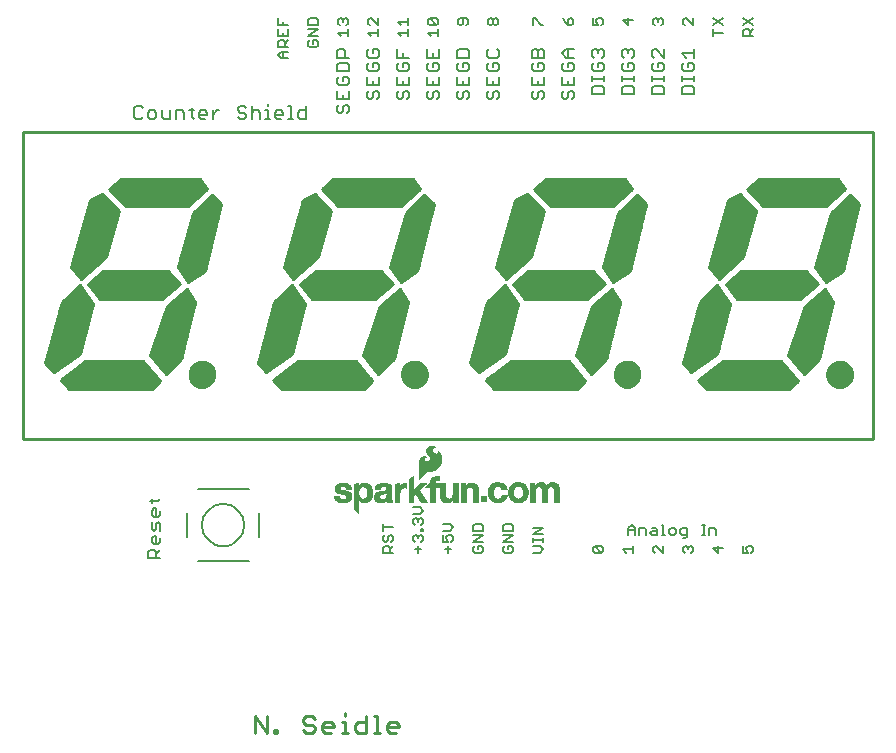
<source format=gto>
G75*
G70*
%OFA0B0*%
%FSLAX24Y24*%
%IPPOS*%
%LPD*%
%AMOC8*
5,1,8,0,0,1.08239X$1,22.5*
%
%ADD10C,0.0080*%
%ADD11C,0.0110*%
%ADD12C,0.0010*%
%ADD13R,0.0195X0.0191*%
%ADD14C,0.0060*%
%ADD15C,0.0100*%
%ADD16C,0.0591*%
D10*
X017323Y006391D02*
X017323Y006602D01*
X017393Y006672D01*
X017533Y006672D01*
X017603Y006602D01*
X017603Y006391D01*
X017743Y006391D02*
X017323Y006391D01*
X017603Y006532D02*
X017743Y006672D01*
X017673Y006852D02*
X017533Y006852D01*
X017463Y006922D01*
X017463Y007062D01*
X017533Y007132D01*
X017603Y007132D01*
X017603Y006852D01*
X017673Y006852D02*
X017743Y006922D01*
X017743Y007062D01*
X017743Y007312D02*
X017743Y007522D01*
X017673Y007593D01*
X017603Y007522D01*
X017603Y007382D01*
X017533Y007312D01*
X017463Y007382D01*
X017463Y007593D01*
X017533Y007773D02*
X017463Y007843D01*
X017463Y007983D01*
X017533Y008053D01*
X017603Y008053D01*
X017603Y007773D01*
X017673Y007773D02*
X017533Y007773D01*
X017673Y007773D02*
X017743Y007843D01*
X017743Y007983D01*
X017673Y008303D02*
X017393Y008303D01*
X017463Y008233D02*
X017463Y008373D01*
X017673Y008303D02*
X017743Y008373D01*
X018633Y007900D02*
X018633Y007107D01*
X018983Y006300D02*
X020683Y006300D01*
X021033Y007095D02*
X021033Y007900D01*
X019133Y007500D02*
X019135Y007552D01*
X019141Y007604D01*
X019151Y007656D01*
X019164Y007706D01*
X019181Y007756D01*
X019202Y007804D01*
X019227Y007850D01*
X019255Y007894D01*
X019286Y007936D01*
X019320Y007976D01*
X019357Y008013D01*
X019397Y008047D01*
X019439Y008078D01*
X019483Y008106D01*
X019529Y008131D01*
X019577Y008152D01*
X019627Y008169D01*
X019677Y008182D01*
X019729Y008192D01*
X019781Y008198D01*
X019833Y008200D01*
X019885Y008198D01*
X019937Y008192D01*
X019989Y008182D01*
X020039Y008169D01*
X020089Y008152D01*
X020137Y008131D01*
X020183Y008106D01*
X020227Y008078D01*
X020269Y008047D01*
X020309Y008013D01*
X020346Y007976D01*
X020380Y007936D01*
X020411Y007894D01*
X020439Y007850D01*
X020464Y007804D01*
X020485Y007756D01*
X020502Y007706D01*
X020515Y007656D01*
X020525Y007604D01*
X020531Y007552D01*
X020533Y007500D01*
X020531Y007448D01*
X020525Y007396D01*
X020515Y007344D01*
X020502Y007294D01*
X020485Y007244D01*
X020464Y007196D01*
X020439Y007150D01*
X020411Y007106D01*
X020380Y007064D01*
X020346Y007024D01*
X020309Y006987D01*
X020269Y006953D01*
X020227Y006922D01*
X020183Y006894D01*
X020137Y006869D01*
X020089Y006848D01*
X020039Y006831D01*
X019989Y006818D01*
X019937Y006808D01*
X019885Y006802D01*
X019833Y006800D01*
X019781Y006802D01*
X019729Y006808D01*
X019677Y006818D01*
X019627Y006831D01*
X019577Y006848D01*
X019529Y006869D01*
X019483Y006894D01*
X019439Y006922D01*
X019397Y006953D01*
X019357Y006987D01*
X019320Y007024D01*
X019286Y007064D01*
X019255Y007106D01*
X019227Y007150D01*
X019202Y007196D01*
X019181Y007244D01*
X019164Y007294D01*
X019151Y007344D01*
X019141Y007396D01*
X019135Y007448D01*
X019133Y007500D01*
X018983Y008700D02*
X020683Y008700D01*
X020787Y021040D02*
X020787Y021460D01*
X020857Y021320D02*
X020997Y021320D01*
X021067Y021250D01*
X021067Y021040D01*
X021247Y021040D02*
X021387Y021040D01*
X021317Y021040D02*
X021317Y021320D01*
X021247Y021320D01*
X021317Y021460D02*
X021317Y021530D01*
X021554Y021250D02*
X021624Y021320D01*
X021764Y021320D01*
X021834Y021250D01*
X021834Y021180D01*
X021554Y021180D01*
X021554Y021110D02*
X021554Y021250D01*
X021554Y021110D02*
X021624Y021040D01*
X021764Y021040D01*
X022014Y021040D02*
X022155Y021040D01*
X022084Y021040D02*
X022084Y021460D01*
X022014Y021460D01*
X022321Y021250D02*
X022391Y021320D01*
X022602Y021320D01*
X022602Y021460D02*
X022602Y021040D01*
X022391Y021040D01*
X022321Y021110D01*
X022321Y021250D01*
X023623Y021308D02*
X023693Y021238D01*
X023763Y021238D01*
X023833Y021308D01*
X023833Y021448D01*
X023903Y021518D01*
X023973Y021518D01*
X024043Y021448D01*
X024043Y021308D01*
X023973Y021238D01*
X023623Y021308D02*
X023623Y021448D01*
X023693Y021518D01*
X023623Y021698D02*
X024043Y021698D01*
X024043Y021979D01*
X023973Y022159D02*
X024043Y022229D01*
X024043Y022369D01*
X023973Y022439D01*
X023833Y022439D01*
X023833Y022299D01*
X023693Y022439D02*
X023623Y022369D01*
X023623Y022229D01*
X023693Y022159D01*
X023973Y022159D01*
X023833Y021839D02*
X023833Y021698D01*
X023623Y021698D02*
X023623Y021979D01*
X023623Y022619D02*
X023623Y022829D01*
X023693Y022899D01*
X023973Y022899D01*
X024043Y022829D01*
X024043Y022619D01*
X023623Y022619D01*
X023623Y023080D02*
X023623Y023290D01*
X023693Y023360D01*
X023833Y023360D01*
X023903Y023290D01*
X023903Y023080D01*
X024043Y023080D02*
X023623Y023080D01*
X024623Y023150D02*
X024693Y023080D01*
X024973Y023080D01*
X025043Y023150D01*
X025043Y023290D01*
X024973Y023360D01*
X024833Y023360D01*
X024833Y023220D01*
X024693Y023360D02*
X024623Y023290D01*
X024623Y023150D01*
X024693Y022899D02*
X024623Y022829D01*
X024623Y022689D01*
X024693Y022619D01*
X024973Y022619D01*
X025043Y022689D01*
X025043Y022829D01*
X024973Y022899D01*
X024833Y022899D01*
X024833Y022759D01*
X024623Y022439D02*
X024623Y022159D01*
X025043Y022159D01*
X025043Y022439D01*
X024833Y022299D02*
X024833Y022159D01*
X024903Y021979D02*
X024973Y021979D01*
X025043Y021909D01*
X025043Y021768D01*
X024973Y021698D01*
X024833Y021768D02*
X024833Y021909D01*
X024903Y021979D01*
X024693Y021979D02*
X024623Y021909D01*
X024623Y021768D01*
X024693Y021698D01*
X024763Y021698D01*
X024833Y021768D01*
X025623Y021768D02*
X025693Y021698D01*
X025763Y021698D01*
X025833Y021768D01*
X025833Y021909D01*
X025903Y021979D01*
X025973Y021979D01*
X026043Y021909D01*
X026043Y021768D01*
X025973Y021698D01*
X025623Y021768D02*
X025623Y021909D01*
X025693Y021979D01*
X025623Y022159D02*
X026043Y022159D01*
X026043Y022439D01*
X025973Y022619D02*
X025693Y022619D01*
X025623Y022689D01*
X025623Y022829D01*
X025693Y022899D01*
X025833Y022899D02*
X025833Y022759D01*
X025833Y022899D02*
X025973Y022899D01*
X026043Y022829D01*
X026043Y022689D01*
X025973Y022619D01*
X025833Y022299D02*
X025833Y022159D01*
X025623Y022159D02*
X025623Y022439D01*
X026623Y022439D02*
X026623Y022159D01*
X027043Y022159D01*
X027043Y022439D01*
X026973Y022619D02*
X027043Y022689D01*
X027043Y022829D01*
X026973Y022899D01*
X026833Y022899D01*
X026833Y022759D01*
X026693Y022619D02*
X026973Y022619D01*
X026693Y022619D02*
X026623Y022689D01*
X026623Y022829D01*
X026693Y022899D01*
X026623Y023080D02*
X027043Y023080D01*
X027043Y023360D01*
X026833Y023220D02*
X026833Y023080D01*
X026623Y023080D02*
X026623Y023360D01*
X026043Y023080D02*
X025623Y023080D01*
X025623Y023360D01*
X025833Y023220D02*
X025833Y023080D01*
X026833Y022299D02*
X026833Y022159D01*
X026903Y021979D02*
X026973Y021979D01*
X027043Y021909D01*
X027043Y021768D01*
X026973Y021698D01*
X026833Y021768D02*
X026763Y021698D01*
X026693Y021698D01*
X026623Y021768D01*
X026623Y021909D01*
X026693Y021979D01*
X026833Y021909D02*
X026903Y021979D01*
X026833Y021909D02*
X026833Y021768D01*
X027623Y021768D02*
X027693Y021698D01*
X027763Y021698D01*
X027833Y021768D01*
X027833Y021909D01*
X027903Y021979D01*
X027973Y021979D01*
X028043Y021909D01*
X028043Y021768D01*
X027973Y021698D01*
X027623Y021768D02*
X027623Y021909D01*
X027693Y021979D01*
X027623Y022159D02*
X028043Y022159D01*
X028043Y022439D01*
X027973Y022619D02*
X027693Y022619D01*
X027623Y022689D01*
X027623Y022829D01*
X027693Y022899D01*
X027833Y022899D02*
X027833Y022759D01*
X027833Y022899D02*
X027973Y022899D01*
X028043Y022829D01*
X028043Y022689D01*
X027973Y022619D01*
X027833Y022299D02*
X027833Y022159D01*
X027623Y022159D02*
X027623Y022439D01*
X028623Y022439D02*
X028623Y022159D01*
X029043Y022159D01*
X029043Y022439D01*
X028973Y022619D02*
X028693Y022619D01*
X028623Y022689D01*
X028623Y022829D01*
X028693Y022899D01*
X028833Y022899D02*
X028833Y022759D01*
X028833Y022899D02*
X028973Y022899D01*
X029043Y022829D01*
X029043Y022689D01*
X028973Y022619D01*
X028833Y022299D02*
X028833Y022159D01*
X028903Y021979D02*
X028973Y021979D01*
X029043Y021909D01*
X029043Y021768D01*
X028973Y021698D01*
X028833Y021768D02*
X028833Y021909D01*
X028903Y021979D01*
X028693Y021979D02*
X028623Y021909D01*
X028623Y021768D01*
X028693Y021698D01*
X028763Y021698D01*
X028833Y021768D01*
X030123Y021768D02*
X030193Y021698D01*
X030263Y021698D01*
X030333Y021768D01*
X030333Y021909D01*
X030403Y021979D01*
X030473Y021979D01*
X030543Y021909D01*
X030543Y021768D01*
X030473Y021698D01*
X030123Y021768D02*
X030123Y021909D01*
X030193Y021979D01*
X030123Y022159D02*
X030543Y022159D01*
X030543Y022439D01*
X030473Y022619D02*
X030543Y022689D01*
X030543Y022829D01*
X030473Y022899D01*
X030333Y022899D01*
X030333Y022759D01*
X030193Y022619D02*
X030473Y022619D01*
X030193Y022619D02*
X030123Y022689D01*
X030123Y022829D01*
X030193Y022899D01*
X030123Y023080D02*
X030123Y023290D01*
X030193Y023360D01*
X030263Y023360D01*
X030333Y023290D01*
X030333Y023080D01*
X030333Y023290D02*
X030403Y023360D01*
X030473Y023360D01*
X030543Y023290D01*
X030543Y023080D01*
X030123Y023080D01*
X031123Y023220D02*
X031263Y023360D01*
X031543Y023360D01*
X031333Y023360D02*
X031333Y023080D01*
X031263Y023080D02*
X031123Y023220D01*
X031263Y023080D02*
X031543Y023080D01*
X031473Y022899D02*
X031333Y022899D01*
X031333Y022759D01*
X031193Y022619D02*
X031473Y022619D01*
X031543Y022689D01*
X031543Y022829D01*
X031473Y022899D01*
X031193Y022899D02*
X031123Y022829D01*
X031123Y022689D01*
X031193Y022619D01*
X031123Y022439D02*
X031123Y022159D01*
X031543Y022159D01*
X031543Y022439D01*
X031333Y022299D02*
X031333Y022159D01*
X031403Y021979D02*
X031333Y021909D01*
X031333Y021768D01*
X031263Y021698D01*
X031193Y021698D01*
X031123Y021768D01*
X031123Y021909D01*
X031193Y021979D01*
X031403Y021979D02*
X031473Y021979D01*
X031543Y021909D01*
X031543Y021768D01*
X031473Y021698D01*
X032123Y021852D02*
X032123Y022062D01*
X032193Y022132D01*
X032473Y022132D01*
X032543Y022062D01*
X032543Y021852D01*
X032123Y021852D01*
X032123Y022312D02*
X032123Y022452D01*
X032123Y022382D02*
X032543Y022382D01*
X032543Y022312D02*
X032543Y022452D01*
X032473Y022619D02*
X032193Y022619D01*
X032123Y022689D01*
X032123Y022829D01*
X032193Y022899D01*
X032333Y022899D02*
X032333Y022759D01*
X032333Y022899D02*
X032473Y022899D01*
X032543Y022829D01*
X032543Y022689D01*
X032473Y022619D01*
X032473Y023080D02*
X032543Y023150D01*
X032543Y023290D01*
X032473Y023360D01*
X032403Y023360D01*
X032333Y023290D01*
X032333Y023220D01*
X032333Y023290D02*
X032263Y023360D01*
X032193Y023360D01*
X032123Y023290D01*
X032123Y023150D01*
X032193Y023080D01*
X033123Y023150D02*
X033123Y023290D01*
X033193Y023360D01*
X033263Y023360D01*
X033333Y023290D01*
X033403Y023360D01*
X033473Y023360D01*
X033543Y023290D01*
X033543Y023150D01*
X033473Y023080D01*
X033473Y022899D02*
X033333Y022899D01*
X033333Y022759D01*
X033193Y022619D02*
X033473Y022619D01*
X033543Y022689D01*
X033543Y022829D01*
X033473Y022899D01*
X033193Y022899D02*
X033123Y022829D01*
X033123Y022689D01*
X033193Y022619D01*
X033123Y022452D02*
X033123Y022312D01*
X033123Y022382D02*
X033543Y022382D01*
X033543Y022312D02*
X033543Y022452D01*
X033473Y022132D02*
X033193Y022132D01*
X033123Y022062D01*
X033123Y021852D01*
X033543Y021852D01*
X033543Y022062D01*
X033473Y022132D01*
X034123Y022062D02*
X034123Y021852D01*
X034543Y021852D01*
X034543Y022062D01*
X034473Y022132D01*
X034193Y022132D01*
X034123Y022062D01*
X034123Y022312D02*
X034123Y022452D01*
X034123Y022382D02*
X034543Y022382D01*
X034543Y022312D02*
X034543Y022452D01*
X034473Y022619D02*
X034193Y022619D01*
X034123Y022689D01*
X034123Y022829D01*
X034193Y022899D01*
X034333Y022899D02*
X034333Y022759D01*
X034333Y022899D02*
X034473Y022899D01*
X034543Y022829D01*
X034543Y022689D01*
X034473Y022619D01*
X035123Y022689D02*
X035123Y022829D01*
X035193Y022899D01*
X035333Y022899D02*
X035333Y022759D01*
X035333Y022899D02*
X035473Y022899D01*
X035543Y022829D01*
X035543Y022689D01*
X035473Y022619D01*
X035193Y022619D01*
X035123Y022689D01*
X035123Y022452D02*
X035123Y022312D01*
X035123Y022382D02*
X035543Y022382D01*
X035543Y022312D02*
X035543Y022452D01*
X035473Y022132D02*
X035193Y022132D01*
X035123Y022062D01*
X035123Y021852D01*
X035543Y021852D01*
X035543Y022062D01*
X035473Y022132D01*
X035543Y023080D02*
X035543Y023360D01*
X035543Y023220D02*
X035123Y023220D01*
X035263Y023080D01*
X034543Y023080D02*
X034263Y023360D01*
X034193Y023360D01*
X034123Y023290D01*
X034123Y023150D01*
X034193Y023080D01*
X034543Y023080D02*
X034543Y023360D01*
X033333Y023290D02*
X033333Y023220D01*
X033193Y023080D02*
X033123Y023150D01*
X030333Y022299D02*
X030333Y022159D01*
X030123Y022159D02*
X030123Y022439D01*
X029043Y023150D02*
X029043Y023290D01*
X028973Y023360D01*
X029043Y023150D02*
X028973Y023080D01*
X028693Y023080D01*
X028623Y023150D01*
X028623Y023290D01*
X028693Y023360D01*
X028043Y023290D02*
X027973Y023360D01*
X027693Y023360D01*
X027623Y023290D01*
X027623Y023080D01*
X028043Y023080D01*
X028043Y023290D01*
X020857Y021320D02*
X020787Y021250D01*
X020607Y021180D02*
X020607Y021110D01*
X020536Y021040D01*
X020396Y021040D01*
X020326Y021110D01*
X020396Y021250D02*
X020536Y021250D01*
X020607Y021180D01*
X020607Y021390D02*
X020536Y021460D01*
X020396Y021460D01*
X020326Y021390D01*
X020326Y021320D01*
X020396Y021250D01*
X019692Y021320D02*
X019622Y021320D01*
X019482Y021180D01*
X019482Y021040D02*
X019482Y021320D01*
X019302Y021250D02*
X019302Y021180D01*
X019022Y021180D01*
X019022Y021110D02*
X019022Y021250D01*
X019092Y021320D01*
X019232Y021320D01*
X019302Y021250D01*
X019232Y021040D02*
X019092Y021040D01*
X019022Y021110D01*
X018855Y021040D02*
X018785Y021110D01*
X018785Y021390D01*
X018715Y021320D02*
X018855Y021320D01*
X018535Y021250D02*
X018535Y021040D01*
X018535Y021250D02*
X018465Y021320D01*
X018255Y021320D01*
X018255Y021040D01*
X018074Y021040D02*
X018074Y021320D01*
X017794Y021320D02*
X017794Y021110D01*
X017864Y021040D01*
X018074Y021040D01*
X017614Y021110D02*
X017614Y021250D01*
X017544Y021320D01*
X017404Y021320D01*
X017334Y021250D01*
X017334Y021110D01*
X017404Y021040D01*
X017544Y021040D01*
X017614Y021110D01*
X017154Y021110D02*
X017084Y021040D01*
X016943Y021040D01*
X016873Y021110D01*
X016873Y021390D01*
X016943Y021460D01*
X017084Y021460D01*
X017154Y021390D01*
D11*
X020888Y001146D02*
X021282Y000555D01*
X021282Y001146D01*
X020888Y001146D02*
X020888Y000555D01*
X021533Y000555D02*
X021631Y000555D01*
X021631Y000653D01*
X021533Y000653D01*
X021533Y000555D01*
X022500Y000653D02*
X022598Y000555D01*
X022795Y000555D01*
X022893Y000653D01*
X022893Y000752D01*
X022795Y000850D01*
X022598Y000850D01*
X022500Y000949D01*
X022500Y001047D01*
X022598Y001146D01*
X022795Y001146D01*
X022893Y001047D01*
X023144Y000850D02*
X023243Y000949D01*
X023440Y000949D01*
X023538Y000850D01*
X023538Y000752D01*
X023144Y000752D01*
X023144Y000850D02*
X023144Y000653D01*
X023243Y000555D01*
X023440Y000555D01*
X023789Y000555D02*
X023986Y000555D01*
X023887Y000555D02*
X023887Y000949D01*
X023789Y000949D01*
X023887Y001146D02*
X023887Y001244D01*
X024219Y000850D02*
X024317Y000949D01*
X024612Y000949D01*
X024612Y001146D02*
X024612Y000555D01*
X024317Y000555D01*
X024219Y000653D01*
X024219Y000850D01*
X024863Y000555D02*
X025060Y000555D01*
X024961Y000555D02*
X024961Y001146D01*
X024863Y001146D01*
X025293Y000850D02*
X025391Y000949D01*
X025588Y000949D01*
X025686Y000850D01*
X025686Y000752D01*
X025293Y000752D01*
X025293Y000850D02*
X025293Y000653D01*
X025391Y000555D01*
X025588Y000555D01*
D12*
X027926Y008813D02*
X027937Y008828D01*
X027953Y008847D01*
X027971Y008863D01*
X028007Y008885D01*
X028046Y008900D01*
X028087Y008906D01*
X028166Y008904D01*
X028205Y008896D01*
X028240Y008879D01*
X028271Y008855D01*
X028291Y008832D01*
X028306Y008807D01*
X028316Y008779D01*
X028326Y008735D01*
X028329Y008691D01*
X028329Y008276D01*
X028168Y008276D01*
X028168Y008656D01*
X028166Y008685D01*
X028158Y008713D01*
X028145Y008739D01*
X028133Y008755D01*
X028117Y008768D01*
X028099Y008777D01*
X028087Y008780D01*
X028073Y008781D01*
X028029Y008779D01*
X028007Y008775D01*
X027985Y008767D01*
X027966Y008754D01*
X027945Y008731D01*
X027930Y008703D01*
X027922Y008673D01*
X027918Y008641D01*
X027918Y008272D01*
X027752Y008272D01*
X027752Y008891D01*
X027911Y008891D01*
X027911Y008804D01*
X027914Y008804D01*
X027918Y008805D01*
X027921Y008807D01*
X027926Y008813D01*
X027937Y008828D01*
X027935Y008825D02*
X028295Y008825D01*
X028300Y008817D02*
X027929Y008817D01*
X027922Y008808D02*
X028305Y008808D01*
X028308Y008800D02*
X027752Y008800D01*
X027752Y008808D02*
X027911Y008808D01*
X027911Y008804D02*
X027914Y008804D01*
X027911Y008804D02*
X027911Y008891D01*
X027752Y008891D01*
X027752Y008272D01*
X027918Y008272D01*
X027918Y008614D01*
X027918Y008613D02*
X027752Y008613D01*
X027752Y008621D02*
X027918Y008621D01*
X027918Y008630D02*
X027752Y008630D01*
X027752Y008638D02*
X027918Y008638D01*
X027919Y008647D02*
X027752Y008647D01*
X027752Y008655D02*
X027920Y008655D01*
X027921Y008664D02*
X027752Y008664D01*
X027752Y008672D02*
X027922Y008672D01*
X027924Y008681D02*
X027752Y008681D01*
X027752Y008689D02*
X027926Y008689D01*
X027929Y008698D02*
X027752Y008698D01*
X027752Y008706D02*
X027932Y008706D01*
X027937Y008715D02*
X027752Y008715D01*
X027752Y008723D02*
X027941Y008723D01*
X027946Y008732D02*
X027752Y008732D01*
X027752Y008740D02*
X027954Y008740D01*
X027961Y008749D02*
X027752Y008749D01*
X027752Y008757D02*
X027971Y008757D01*
X027983Y008766D02*
X027752Y008766D01*
X027752Y008774D02*
X028003Y008774D01*
X027942Y008834D02*
X028290Y008834D01*
X028282Y008842D02*
X027949Y008842D01*
X027958Y008851D02*
X028275Y008851D01*
X028266Y008859D02*
X027967Y008859D01*
X027979Y008868D02*
X028255Y008868D01*
X028244Y008876D02*
X027992Y008876D01*
X028006Y008885D02*
X028229Y008885D01*
X028211Y008893D02*
X028028Y008893D01*
X028058Y008902D02*
X028178Y008902D01*
X028105Y008774D02*
X028317Y008774D01*
X028319Y008766D02*
X028120Y008766D01*
X028131Y008757D02*
X028321Y008757D01*
X028323Y008749D02*
X028138Y008749D01*
X028145Y008740D02*
X028325Y008740D01*
X028326Y008732D02*
X028149Y008732D01*
X028316Y008779D02*
X028309Y008800D01*
X028299Y008820D01*
X028286Y008839D01*
X028271Y008855D01*
X028312Y008791D02*
X027752Y008791D01*
X027752Y008783D02*
X028315Y008783D01*
X028327Y008723D02*
X028153Y008723D01*
X028157Y008715D02*
X028327Y008715D01*
X028328Y008706D02*
X028160Y008706D01*
X028162Y008698D02*
X028329Y008698D01*
X028329Y008691D02*
X028329Y008276D01*
X028168Y008276D01*
X028168Y008656D01*
X028168Y008655D02*
X028329Y008655D01*
X028329Y008647D02*
X028168Y008647D01*
X028168Y008638D02*
X028329Y008638D01*
X028329Y008630D02*
X028168Y008630D01*
X028168Y008621D02*
X028329Y008621D01*
X028329Y008613D02*
X028168Y008613D01*
X028168Y008604D02*
X028329Y008604D01*
X028329Y008596D02*
X028168Y008596D01*
X028168Y008587D02*
X028329Y008587D01*
X028329Y008579D02*
X028168Y008579D01*
X028168Y008570D02*
X028329Y008570D01*
X028329Y008562D02*
X028168Y008562D01*
X028168Y008553D02*
X028329Y008553D01*
X028329Y008545D02*
X028168Y008545D01*
X028168Y008536D02*
X028329Y008536D01*
X028329Y008528D02*
X028168Y008528D01*
X028168Y008519D02*
X028329Y008519D01*
X028329Y008511D02*
X028168Y008511D01*
X028168Y008502D02*
X028329Y008502D01*
X028329Y008494D02*
X028168Y008494D01*
X028168Y008485D02*
X028329Y008485D01*
X028329Y008477D02*
X028168Y008477D01*
X028168Y008468D02*
X028329Y008468D01*
X028329Y008460D02*
X028168Y008460D01*
X028168Y008451D02*
X028329Y008451D01*
X028329Y008443D02*
X028168Y008443D01*
X028168Y008434D02*
X028329Y008434D01*
X028329Y008426D02*
X028168Y008426D01*
X028168Y008417D02*
X028329Y008417D01*
X028329Y008409D02*
X028168Y008409D01*
X028168Y008400D02*
X028329Y008400D01*
X028329Y008392D02*
X028168Y008392D01*
X028168Y008383D02*
X028329Y008383D01*
X028329Y008375D02*
X028168Y008375D01*
X028168Y008366D02*
X028329Y008366D01*
X028329Y008358D02*
X028168Y008358D01*
X028168Y008349D02*
X028329Y008349D01*
X028329Y008341D02*
X028168Y008341D01*
X028168Y008332D02*
X028329Y008332D01*
X028329Y008324D02*
X028168Y008324D01*
X028168Y008315D02*
X028329Y008315D01*
X028329Y008307D02*
X028168Y008307D01*
X028168Y008298D02*
X028329Y008298D01*
X028329Y008290D02*
X028168Y008290D01*
X028168Y008281D02*
X028329Y008281D01*
X028166Y008905D02*
X028127Y008907D01*
X028087Y008906D01*
X027911Y008885D02*
X027752Y008885D01*
X027752Y008876D02*
X027911Y008876D01*
X027911Y008868D02*
X027752Y008868D01*
X027752Y008859D02*
X027911Y008859D01*
X027911Y008851D02*
X027752Y008851D01*
X027752Y008842D02*
X027911Y008842D01*
X027911Y008834D02*
X027752Y008834D01*
X027752Y008825D02*
X027911Y008825D01*
X027911Y008817D02*
X027752Y008817D01*
X027654Y008817D02*
X027488Y008817D01*
X027488Y008825D02*
X027654Y008825D01*
X027654Y008834D02*
X027488Y008834D01*
X027488Y008842D02*
X027654Y008842D01*
X027654Y008851D02*
X027488Y008851D01*
X027488Y008859D02*
X027654Y008859D01*
X027654Y008868D02*
X027488Y008868D01*
X027488Y008876D02*
X027654Y008876D01*
X027654Y008885D02*
X027488Y008885D01*
X027488Y008890D02*
X027488Y008563D01*
X027485Y008514D01*
X027476Y008466D01*
X027468Y008443D01*
X027454Y008423D01*
X027436Y008407D01*
X027415Y008395D01*
X027387Y008386D01*
X027358Y008384D01*
X027328Y008387D01*
X027300Y008396D01*
X027284Y008405D01*
X027270Y008418D01*
X027258Y008433D01*
X027244Y008464D01*
X027238Y008498D01*
X027238Y008892D01*
X027075Y008892D01*
X027075Y008467D01*
X027079Y008424D01*
X027091Y008382D01*
X027110Y008343D01*
X027136Y008308D01*
X027146Y008299D01*
X027182Y008278D01*
X027221Y008265D01*
X027261Y008259D01*
X027320Y008260D01*
X027378Y008269D01*
X027389Y008272D01*
X027398Y008277D01*
X027435Y008303D01*
X027468Y008334D01*
X027495Y008369D01*
X027496Y008369D01*
X027496Y008275D01*
X027654Y008275D01*
X027654Y008890D01*
X027488Y008890D01*
X027488Y008808D02*
X027654Y008808D01*
X027654Y008800D02*
X027488Y008800D01*
X027488Y008791D02*
X027654Y008791D01*
X027654Y008783D02*
X027488Y008783D01*
X027488Y008774D02*
X027654Y008774D01*
X027654Y008766D02*
X027488Y008766D01*
X027488Y008757D02*
X027654Y008757D01*
X027654Y008749D02*
X027488Y008749D01*
X027488Y008740D02*
X027654Y008740D01*
X027654Y008732D02*
X027488Y008732D01*
X027488Y008723D02*
X027654Y008723D01*
X027654Y008715D02*
X027488Y008715D01*
X027488Y008706D02*
X027654Y008706D01*
X027654Y008698D02*
X027488Y008698D01*
X027488Y008689D02*
X027654Y008689D01*
X027654Y008681D02*
X027488Y008681D01*
X027488Y008672D02*
X027654Y008672D01*
X027654Y008664D02*
X027488Y008664D01*
X027488Y008655D02*
X027654Y008655D01*
X027654Y008647D02*
X027488Y008647D01*
X027488Y008638D02*
X027654Y008638D01*
X027654Y008630D02*
X027488Y008630D01*
X027488Y008621D02*
X027654Y008621D01*
X027654Y008613D02*
X027488Y008613D01*
X027488Y008604D02*
X027654Y008604D01*
X027654Y008596D02*
X027488Y008596D01*
X027488Y008587D02*
X027654Y008587D01*
X027654Y008579D02*
X027488Y008579D01*
X027488Y008570D02*
X027654Y008570D01*
X027654Y008562D02*
X027488Y008562D01*
X027488Y008553D02*
X027654Y008553D01*
X027654Y008545D02*
X027487Y008545D01*
X027487Y008536D02*
X027654Y008536D01*
X027654Y008528D02*
X027486Y008528D01*
X027486Y008519D02*
X027654Y008519D01*
X027654Y008511D02*
X027485Y008511D01*
X027483Y008502D02*
X027654Y008502D01*
X027654Y008494D02*
X027481Y008494D01*
X027480Y008485D02*
X027654Y008485D01*
X027654Y008477D02*
X027478Y008477D01*
X027477Y008468D02*
X027654Y008468D01*
X027654Y008460D02*
X027474Y008460D01*
X027471Y008451D02*
X027654Y008451D01*
X027654Y008443D02*
X027467Y008443D01*
X027461Y008434D02*
X027654Y008434D01*
X027654Y008426D02*
X027456Y008426D01*
X027447Y008417D02*
X027654Y008417D01*
X027654Y008409D02*
X027438Y008409D01*
X027424Y008400D02*
X027654Y008400D01*
X027654Y008392D02*
X027404Y008392D01*
X027473Y008341D02*
X027112Y008341D01*
X027107Y008349D02*
X027480Y008349D01*
X027486Y008358D02*
X027103Y008358D01*
X027099Y008366D02*
X027493Y008366D01*
X027496Y008366D02*
X027654Y008366D01*
X027654Y008358D02*
X027496Y008358D01*
X027496Y008349D02*
X027654Y008349D01*
X027654Y008341D02*
X027496Y008341D01*
X027496Y008332D02*
X027654Y008332D01*
X027654Y008324D02*
X027496Y008324D01*
X027496Y008315D02*
X027654Y008315D01*
X027654Y008307D02*
X027496Y008307D01*
X027496Y008298D02*
X027654Y008298D01*
X027654Y008290D02*
X027496Y008290D01*
X027496Y008281D02*
X027654Y008281D01*
X027654Y008375D02*
X027095Y008375D01*
X027091Y008383D02*
X027654Y008383D01*
X027752Y008383D02*
X027918Y008383D01*
X027918Y008375D02*
X027752Y008375D01*
X027752Y008366D02*
X027918Y008366D01*
X027918Y008358D02*
X027752Y008358D01*
X027752Y008349D02*
X027918Y008349D01*
X027918Y008341D02*
X027752Y008341D01*
X027752Y008332D02*
X027918Y008332D01*
X027918Y008324D02*
X027752Y008324D01*
X027752Y008315D02*
X027918Y008315D01*
X027918Y008307D02*
X027752Y008307D01*
X027752Y008298D02*
X027918Y008298D01*
X027918Y008290D02*
X027752Y008290D01*
X027752Y008281D02*
X027918Y008281D01*
X027918Y008273D02*
X027752Y008273D01*
X027752Y008392D02*
X027918Y008392D01*
X027918Y008400D02*
X027752Y008400D01*
X027752Y008409D02*
X027918Y008409D01*
X027918Y008417D02*
X027752Y008417D01*
X027752Y008426D02*
X027918Y008426D01*
X027918Y008434D02*
X027752Y008434D01*
X027752Y008443D02*
X027918Y008443D01*
X027918Y008451D02*
X027752Y008451D01*
X027752Y008460D02*
X027918Y008460D01*
X027918Y008468D02*
X027752Y008468D01*
X027752Y008477D02*
X027918Y008477D01*
X027918Y008485D02*
X027752Y008485D01*
X027752Y008494D02*
X027918Y008494D01*
X027918Y008502D02*
X027752Y008502D01*
X027752Y008511D02*
X027918Y008511D01*
X027918Y008519D02*
X027752Y008519D01*
X027752Y008528D02*
X027918Y008528D01*
X027918Y008536D02*
X027752Y008536D01*
X027752Y008545D02*
X027918Y008545D01*
X027918Y008553D02*
X027752Y008553D01*
X027752Y008562D02*
X027918Y008562D01*
X027918Y008570D02*
X027752Y008570D01*
X027752Y008579D02*
X027918Y008579D01*
X027918Y008587D02*
X027752Y008587D01*
X027752Y008596D02*
X027918Y008596D01*
X027918Y008604D02*
X027752Y008604D01*
X028330Y008691D02*
X028328Y008721D01*
X028324Y008751D01*
X028317Y008780D01*
X028329Y008689D02*
X028165Y008689D01*
X028166Y008681D02*
X028329Y008681D01*
X028329Y008672D02*
X028167Y008672D01*
X028168Y008664D02*
X028329Y008664D01*
X028271Y008854D02*
X028254Y008870D01*
X028234Y008883D01*
X028212Y008893D01*
X028190Y008899D01*
X028167Y008903D01*
X027971Y008863D02*
X027953Y008847D01*
X027937Y008828D01*
X027921Y008807D02*
X027918Y008805D01*
X027914Y008804D01*
X027922Y008806D02*
X027927Y008812D01*
X027967Y008754D02*
X027981Y008764D01*
X027996Y008772D01*
X028012Y008777D01*
X028030Y008779D01*
X028073Y008781D02*
X028086Y008780D01*
X028099Y008777D01*
X028088Y008906D02*
X028063Y008903D01*
X028038Y008897D01*
X028015Y008889D01*
X027992Y008877D01*
X027972Y008863D01*
X028099Y008777D02*
X028113Y008770D01*
X028126Y008762D01*
X028136Y008751D01*
X028145Y008739D01*
X027930Y008703D02*
X027924Y008683D01*
X027920Y008662D01*
X027918Y008641D01*
X028145Y008739D02*
X028155Y008719D01*
X028162Y008699D01*
X028167Y008678D01*
X028168Y008656D01*
X027967Y008754D02*
X027952Y008739D01*
X027940Y008722D01*
X027931Y008703D01*
X027466Y008332D02*
X027118Y008332D01*
X027125Y008324D02*
X027457Y008324D01*
X027448Y008315D02*
X027131Y008315D01*
X027138Y008307D02*
X027439Y008307D01*
X027428Y008298D02*
X027148Y008298D01*
X027162Y008290D02*
X027416Y008290D01*
X027404Y008281D02*
X027177Y008281D01*
X027198Y008273D02*
X027389Y008273D01*
X027346Y008264D02*
X027226Y008264D01*
X027293Y008400D02*
X027086Y008400D01*
X027088Y008392D02*
X027314Y008392D01*
X027280Y008409D02*
X027084Y008409D01*
X027081Y008417D02*
X027271Y008417D01*
X027264Y008426D02*
X027079Y008426D01*
X027078Y008434D02*
X027258Y008434D01*
X027254Y008443D02*
X027078Y008443D01*
X027077Y008451D02*
X027250Y008451D01*
X027246Y008460D02*
X027076Y008460D01*
X027075Y008468D02*
X027244Y008468D01*
X027242Y008477D02*
X027075Y008477D01*
X027075Y008485D02*
X027241Y008485D01*
X027239Y008494D02*
X027075Y008494D01*
X027075Y008502D02*
X027238Y008502D01*
X027238Y008511D02*
X027075Y008511D01*
X027075Y008519D02*
X027238Y008519D01*
X027238Y008528D02*
X027075Y008528D01*
X027075Y008536D02*
X027238Y008536D01*
X027238Y008545D02*
X027075Y008545D01*
X027075Y008553D02*
X027238Y008553D01*
X027238Y008562D02*
X027075Y008562D01*
X027075Y008570D02*
X027238Y008570D01*
X027238Y008579D02*
X027075Y008579D01*
X027075Y008587D02*
X027238Y008587D01*
X027238Y008596D02*
X027075Y008596D01*
X027075Y008604D02*
X027238Y008604D01*
X027238Y008613D02*
X027075Y008613D01*
X027075Y008621D02*
X027238Y008621D01*
X027238Y008630D02*
X027075Y008630D01*
X027075Y008638D02*
X027238Y008638D01*
X027238Y008647D02*
X027075Y008647D01*
X027075Y008655D02*
X027238Y008655D01*
X027238Y008664D02*
X027075Y008664D01*
X027075Y008672D02*
X027238Y008672D01*
X027238Y008681D02*
X027075Y008681D01*
X027075Y008689D02*
X027238Y008689D01*
X027238Y008698D02*
X027075Y008698D01*
X027075Y008706D02*
X027238Y008706D01*
X027238Y008715D02*
X027075Y008715D01*
X027075Y008723D02*
X027238Y008723D01*
X027238Y008732D02*
X027075Y008732D01*
X027075Y008740D02*
X027238Y008740D01*
X027238Y008749D02*
X027075Y008749D01*
X027075Y008757D02*
X027238Y008757D01*
X027238Y008766D02*
X027075Y008766D01*
X027075Y008774D02*
X027238Y008774D01*
X027238Y008783D02*
X027075Y008783D01*
X027075Y008791D02*
X027238Y008791D01*
X027238Y008800D02*
X027075Y008800D01*
X027075Y008808D02*
X027238Y008808D01*
X027238Y008817D02*
X027075Y008817D01*
X027075Y008825D02*
X027238Y008825D01*
X027238Y008834D02*
X027075Y008834D01*
X027075Y008842D02*
X027238Y008842D01*
X027238Y008851D02*
X027075Y008851D01*
X027075Y008859D02*
X027238Y008859D01*
X027238Y008868D02*
X027075Y008868D01*
X027075Y008876D02*
X027238Y008876D01*
X027238Y008885D02*
X027075Y008885D01*
X027017Y008885D02*
X026678Y008885D01*
X026683Y008890D02*
X026737Y008890D01*
X026737Y008908D01*
X026744Y008992D01*
X026750Y009014D01*
X026760Y009035D01*
X026773Y009054D01*
X026803Y009082D01*
X026837Y009104D01*
X026874Y009118D01*
X026914Y009125D01*
X026975Y009125D01*
X027027Y009122D01*
X027028Y009122D01*
X027028Y009003D01*
X027025Y009003D01*
X027014Y009004D01*
X026978Y009007D01*
X026941Y009004D01*
X026929Y009000D01*
X026918Y008992D01*
X026910Y008982D01*
X026903Y008964D01*
X026900Y008945D01*
X026900Y008890D01*
X027017Y008890D01*
X027017Y008785D01*
X026899Y008785D01*
X026899Y008272D01*
X026735Y008272D01*
X026735Y008784D01*
X026578Y008785D01*
X026683Y008890D01*
X026669Y008876D02*
X027017Y008876D01*
X027017Y008868D02*
X026661Y008868D01*
X026652Y008859D02*
X027017Y008859D01*
X027017Y008851D02*
X026644Y008851D01*
X026635Y008842D02*
X027017Y008842D01*
X027017Y008834D02*
X026627Y008834D01*
X026618Y008825D02*
X027017Y008825D01*
X027017Y008817D02*
X026610Y008817D01*
X026601Y008808D02*
X027017Y008808D01*
X027017Y008800D02*
X026593Y008800D01*
X026584Y008791D02*
X027017Y008791D01*
X026899Y008783D02*
X026735Y008783D01*
X026735Y008774D02*
X026899Y008774D01*
X026899Y008766D02*
X026735Y008766D01*
X026735Y008757D02*
X026899Y008757D01*
X026899Y008749D02*
X026735Y008749D01*
X026735Y008740D02*
X026899Y008740D01*
X026899Y008732D02*
X026735Y008732D01*
X026735Y008723D02*
X026899Y008723D01*
X026899Y008715D02*
X026735Y008715D01*
X026735Y008706D02*
X026899Y008706D01*
X026899Y008698D02*
X026735Y008698D01*
X026735Y008689D02*
X026899Y008689D01*
X026899Y008681D02*
X026735Y008681D01*
X026735Y008672D02*
X026899Y008672D01*
X026899Y008664D02*
X026735Y008664D01*
X026735Y008655D02*
X026899Y008655D01*
X026899Y008647D02*
X026735Y008647D01*
X026735Y008638D02*
X026899Y008638D01*
X026899Y008630D02*
X026735Y008630D01*
X026735Y008621D02*
X026899Y008621D01*
X026899Y008613D02*
X026735Y008613D01*
X026735Y008604D02*
X026899Y008604D01*
X026899Y008596D02*
X026735Y008596D01*
X026735Y008587D02*
X026899Y008587D01*
X026899Y008579D02*
X026735Y008579D01*
X026735Y008570D02*
X026899Y008570D01*
X026899Y008562D02*
X026735Y008562D01*
X026735Y008553D02*
X026899Y008553D01*
X026899Y008545D02*
X026735Y008545D01*
X026735Y008536D02*
X026899Y008536D01*
X026899Y008528D02*
X026735Y008528D01*
X026735Y008519D02*
X026899Y008519D01*
X026899Y008511D02*
X026735Y008511D01*
X026735Y008502D02*
X026899Y008502D01*
X026899Y008494D02*
X026735Y008494D01*
X026735Y008485D02*
X026899Y008485D01*
X026899Y008477D02*
X026735Y008477D01*
X026735Y008468D02*
X026899Y008468D01*
X026899Y008460D02*
X026735Y008460D01*
X026735Y008451D02*
X026899Y008451D01*
X026899Y008443D02*
X026735Y008443D01*
X026735Y008434D02*
X026899Y008434D01*
X026899Y008426D02*
X026735Y008426D01*
X026735Y008417D02*
X026899Y008417D01*
X026899Y008409D02*
X026735Y008409D01*
X026735Y008400D02*
X026899Y008400D01*
X026899Y008392D02*
X026735Y008392D01*
X026735Y008383D02*
X026899Y008383D01*
X026899Y008375D02*
X026735Y008375D01*
X026735Y008366D02*
X026899Y008366D01*
X026899Y008358D02*
X026735Y008358D01*
X026735Y008349D02*
X026899Y008349D01*
X026899Y008341D02*
X026735Y008341D01*
X026735Y008332D02*
X026899Y008332D01*
X026899Y008324D02*
X026735Y008324D01*
X026735Y008315D02*
X026899Y008315D01*
X026899Y008307D02*
X026735Y008307D01*
X026735Y008298D02*
X026899Y008298D01*
X026899Y008290D02*
X026735Y008290D01*
X026735Y008281D02*
X026899Y008281D01*
X026899Y008273D02*
X026735Y008273D01*
X026622Y008274D02*
X026360Y008667D01*
X026587Y008889D01*
X026403Y008889D01*
X026179Y008665D01*
X026179Y009127D01*
X026016Y009034D01*
X026016Y008273D01*
X026018Y008271D01*
X026181Y008271D01*
X026181Y008486D01*
X026252Y008555D01*
X026254Y008552D01*
X026422Y008275D01*
X026622Y008274D01*
X026618Y008281D02*
X026419Y008281D01*
X026413Y008290D02*
X026612Y008290D01*
X026606Y008298D02*
X026408Y008298D01*
X026403Y008307D02*
X026601Y008307D01*
X026595Y008315D02*
X026398Y008315D01*
X026393Y008324D02*
X026589Y008324D01*
X026584Y008332D02*
X026388Y008332D01*
X026383Y008341D02*
X026578Y008341D01*
X026572Y008349D02*
X026377Y008349D01*
X026372Y008358D02*
X026567Y008358D01*
X026561Y008366D02*
X026367Y008366D01*
X026362Y008375D02*
X026555Y008375D01*
X026550Y008383D02*
X026357Y008383D01*
X026352Y008392D02*
X026544Y008392D01*
X026538Y008400D02*
X026346Y008400D01*
X026341Y008409D02*
X026533Y008409D01*
X026527Y008417D02*
X026336Y008417D01*
X026331Y008426D02*
X026521Y008426D01*
X026516Y008434D02*
X026326Y008434D01*
X026321Y008443D02*
X026510Y008443D01*
X026504Y008451D02*
X026316Y008451D01*
X026310Y008460D02*
X026499Y008460D01*
X026493Y008468D02*
X026305Y008468D01*
X026300Y008477D02*
X026487Y008477D01*
X026482Y008485D02*
X026295Y008485D01*
X026290Y008494D02*
X026476Y008494D01*
X026470Y008502D02*
X026285Y008502D01*
X026279Y008511D02*
X026465Y008511D01*
X026459Y008519D02*
X026274Y008519D01*
X026269Y008528D02*
X026453Y008528D01*
X026448Y008536D02*
X026264Y008536D01*
X026259Y008545D02*
X026442Y008545D01*
X026436Y008553D02*
X026254Y008553D01*
X026250Y008553D02*
X026016Y008553D01*
X026016Y008545D02*
X026242Y008545D01*
X026233Y008536D02*
X026016Y008536D01*
X026016Y008528D02*
X026224Y008528D01*
X026215Y008519D02*
X026016Y008519D01*
X026016Y008511D02*
X026207Y008511D01*
X026198Y008502D02*
X026016Y008502D01*
X026016Y008494D02*
X026189Y008494D01*
X026181Y008485D02*
X026016Y008485D01*
X026016Y008477D02*
X026181Y008477D01*
X026181Y008468D02*
X026016Y008468D01*
X026016Y008460D02*
X026181Y008460D01*
X026181Y008451D02*
X026016Y008451D01*
X026016Y008443D02*
X026181Y008443D01*
X026181Y008434D02*
X026016Y008434D01*
X026016Y008426D02*
X026181Y008426D01*
X026181Y008417D02*
X026016Y008417D01*
X026016Y008409D02*
X026181Y008409D01*
X026181Y008400D02*
X026016Y008400D01*
X026016Y008392D02*
X026181Y008392D01*
X026181Y008383D02*
X026016Y008383D01*
X026016Y008375D02*
X026181Y008375D01*
X026181Y008366D02*
X026016Y008366D01*
X026016Y008358D02*
X026181Y008358D01*
X026181Y008349D02*
X026016Y008349D01*
X026016Y008341D02*
X026181Y008341D01*
X026181Y008332D02*
X026016Y008332D01*
X026016Y008324D02*
X026181Y008324D01*
X026181Y008315D02*
X026016Y008315D01*
X026016Y008307D02*
X026181Y008307D01*
X026181Y008298D02*
X026016Y008298D01*
X026016Y008290D02*
X026181Y008290D01*
X026181Y008281D02*
X026016Y008281D01*
X026017Y008273D02*
X026181Y008273D01*
X026016Y008562D02*
X026431Y008562D01*
X026425Y008570D02*
X026016Y008570D01*
X026016Y008579D02*
X026419Y008579D01*
X026414Y008587D02*
X026016Y008587D01*
X026016Y008596D02*
X026408Y008596D01*
X026402Y008604D02*
X026016Y008604D01*
X026016Y008613D02*
X026397Y008613D01*
X026391Y008621D02*
X026016Y008621D01*
X026016Y008630D02*
X026385Y008630D01*
X026380Y008638D02*
X026016Y008638D01*
X026016Y008647D02*
X026374Y008647D01*
X026368Y008655D02*
X026016Y008655D01*
X026016Y008664D02*
X026363Y008664D01*
X026366Y008672D02*
X026186Y008672D01*
X026179Y008672D02*
X026016Y008672D01*
X026016Y008681D02*
X026179Y008681D01*
X026179Y008689D02*
X026016Y008689D01*
X026016Y008698D02*
X026179Y008698D01*
X026179Y008706D02*
X026016Y008706D01*
X026016Y008715D02*
X026179Y008715D01*
X026179Y008723D02*
X026016Y008723D01*
X026016Y008732D02*
X026179Y008732D01*
X026179Y008740D02*
X026016Y008740D01*
X026016Y008749D02*
X026179Y008749D01*
X026179Y008757D02*
X026016Y008757D01*
X026016Y008766D02*
X026179Y008766D01*
X026179Y008774D02*
X026016Y008774D01*
X026016Y008783D02*
X026179Y008783D01*
X026179Y008791D02*
X026016Y008791D01*
X026016Y008800D02*
X026179Y008800D01*
X026179Y008808D02*
X026016Y008808D01*
X026016Y008817D02*
X026179Y008817D01*
X026179Y008825D02*
X026016Y008825D01*
X026016Y008834D02*
X026179Y008834D01*
X026179Y008842D02*
X026016Y008842D01*
X026016Y008851D02*
X026179Y008851D01*
X026179Y008859D02*
X026016Y008859D01*
X026016Y008868D02*
X026179Y008868D01*
X026179Y008876D02*
X026016Y008876D01*
X026016Y008885D02*
X026179Y008885D01*
X026179Y008893D02*
X026016Y008893D01*
X026016Y008902D02*
X026179Y008902D01*
X026179Y008910D02*
X026016Y008910D01*
X026016Y008919D02*
X026179Y008919D01*
X026179Y008927D02*
X026016Y008927D01*
X026016Y008936D02*
X026179Y008936D01*
X026179Y008944D02*
X026016Y008944D01*
X026016Y008953D02*
X026179Y008953D01*
X026179Y008961D02*
X026016Y008961D01*
X026016Y008970D02*
X026179Y008970D01*
X026179Y008978D02*
X026016Y008978D01*
X026016Y008987D02*
X026179Y008987D01*
X026179Y008995D02*
X026016Y008995D01*
X026016Y009004D02*
X026179Y009004D01*
X026179Y009012D02*
X026016Y009012D01*
X026016Y009021D02*
X026179Y009021D01*
X026179Y009029D02*
X026016Y009029D01*
X026023Y009038D02*
X026179Y009038D01*
X026179Y009046D02*
X026038Y009046D01*
X026052Y009055D02*
X026179Y009055D01*
X026179Y009063D02*
X026067Y009063D01*
X026082Y009072D02*
X026179Y009072D01*
X026179Y009080D02*
X026097Y009080D01*
X026112Y009089D02*
X026179Y009089D01*
X026179Y009097D02*
X026127Y009097D01*
X026142Y009106D02*
X026179Y009106D01*
X026179Y009114D02*
X026157Y009114D01*
X026172Y009123D02*
X026179Y009123D01*
X026372Y009123D02*
X026449Y009123D01*
X026457Y009131D02*
X026372Y009131D01*
X026372Y009140D02*
X026464Y009140D01*
X026472Y009148D02*
X026372Y009148D01*
X026372Y009157D02*
X026480Y009157D01*
X026487Y009165D02*
X026372Y009165D01*
X026372Y009174D02*
X026495Y009174D01*
X026502Y009182D02*
X026372Y009182D01*
X026372Y009191D02*
X026510Y009191D01*
X026517Y009199D02*
X026372Y009199D01*
X026372Y009208D02*
X026525Y009208D01*
X026532Y009216D02*
X026372Y009216D01*
X026372Y009225D02*
X026540Y009225D01*
X026548Y009233D02*
X026372Y009233D01*
X026372Y009242D02*
X026555Y009242D01*
X026563Y009250D02*
X026372Y009250D01*
X026372Y009259D02*
X026572Y009259D01*
X026564Y009252D02*
X026598Y009283D01*
X026638Y009307D01*
X026653Y009312D01*
X026668Y009315D01*
X026758Y009315D01*
X026812Y009320D01*
X026864Y009334D01*
X026912Y009358D01*
X026958Y009390D01*
X026999Y009428D01*
X027033Y009472D01*
X027071Y009538D01*
X027095Y009610D01*
X027107Y009685D01*
X027104Y009761D01*
X027096Y009802D01*
X027082Y009841D01*
X027062Y009878D01*
X027027Y009923D01*
X026982Y009959D01*
X026982Y009924D01*
X026982Y009918D01*
X026979Y009913D01*
X026968Y009899D01*
X026952Y009888D01*
X026944Y009885D01*
X026922Y009883D01*
X026899Y009887D01*
X026879Y009897D01*
X026843Y009923D01*
X026827Y009937D01*
X026812Y009954D01*
X026801Y009973D01*
X026792Y009993D01*
X026790Y010006D01*
X026790Y010019D01*
X026797Y010041D01*
X026809Y010060D01*
X026825Y010075D01*
X026845Y010086D01*
X026866Y010092D01*
X026886Y010094D01*
X026910Y010094D01*
X026909Y010095D01*
X026892Y010108D01*
X026872Y010117D01*
X026692Y010117D01*
X026681Y010112D02*
X026651Y010090D01*
X026623Y010064D01*
X026606Y010040D01*
X026596Y010013D01*
X026592Y009984D01*
X026596Y009955D01*
X026607Y009928D01*
X026654Y009859D01*
X026711Y009798D01*
X026726Y009780D01*
X026736Y009759D01*
X026741Y009736D01*
X026739Y009713D01*
X026731Y009691D01*
X026718Y009672D01*
X026700Y009657D01*
X026678Y009645D01*
X026654Y009637D01*
X026629Y009633D01*
X026600Y009634D01*
X026572Y009643D01*
X026547Y009658D01*
X026374Y009658D01*
X026375Y009666D02*
X026372Y009633D01*
X026372Y009036D01*
X026564Y009252D01*
X026581Y009267D02*
X026372Y009267D01*
X026372Y009276D02*
X026590Y009276D01*
X026600Y009284D02*
X026372Y009284D01*
X026372Y009293D02*
X026614Y009293D01*
X026628Y009301D02*
X026372Y009301D01*
X026372Y009310D02*
X026646Y009310D01*
X026793Y009318D02*
X026372Y009318D01*
X026372Y009327D02*
X026836Y009327D01*
X026865Y009335D02*
X026372Y009335D01*
X026372Y009344D02*
X026883Y009344D01*
X026900Y009352D02*
X026372Y009352D01*
X026372Y009361D02*
X026916Y009361D01*
X026928Y009369D02*
X026372Y009369D01*
X026372Y009378D02*
X026940Y009378D01*
X026952Y009386D02*
X026372Y009386D01*
X026372Y009395D02*
X026963Y009395D01*
X026972Y009403D02*
X026372Y009403D01*
X026372Y009412D02*
X026981Y009412D01*
X026990Y009420D02*
X026372Y009420D01*
X026372Y009429D02*
X026999Y009429D01*
X027005Y009437D02*
X026372Y009437D01*
X026372Y009446D02*
X027012Y009446D01*
X027019Y009454D02*
X026372Y009454D01*
X026372Y009463D02*
X027026Y009463D01*
X027033Y009471D02*
X026372Y009471D01*
X026372Y009480D02*
X027038Y009480D01*
X027042Y009488D02*
X026372Y009488D01*
X026372Y009497D02*
X027047Y009497D01*
X027052Y009505D02*
X026372Y009505D01*
X026372Y009514D02*
X027057Y009514D01*
X027062Y009522D02*
X026372Y009522D01*
X026372Y009531D02*
X027066Y009531D01*
X027071Y009539D02*
X026372Y009539D01*
X026372Y009548D02*
X027074Y009548D01*
X027077Y009556D02*
X026372Y009556D01*
X026372Y009565D02*
X027080Y009565D01*
X027083Y009573D02*
X026372Y009573D01*
X026372Y009582D02*
X027086Y009582D01*
X027088Y009590D02*
X026372Y009590D01*
X026372Y009599D02*
X027091Y009599D01*
X027094Y009607D02*
X026372Y009607D01*
X026372Y009616D02*
X027096Y009616D01*
X027097Y009624D02*
X026372Y009624D01*
X026372Y009633D02*
X027099Y009633D01*
X027100Y009641D02*
X026667Y009641D01*
X026687Y009650D02*
X027101Y009650D01*
X027103Y009658D02*
X026702Y009658D01*
X026712Y009667D02*
X027104Y009667D01*
X027105Y009675D02*
X026720Y009675D01*
X026726Y009684D02*
X027106Y009684D01*
X027106Y009692D02*
X026731Y009692D01*
X026734Y009701D02*
X027106Y009701D01*
X027106Y009709D02*
X026737Y009709D01*
X026739Y009718D02*
X027106Y009718D01*
X027105Y009726D02*
X026740Y009726D01*
X026741Y009735D02*
X027105Y009735D01*
X027105Y009743D02*
X026739Y009743D01*
X026738Y009752D02*
X027105Y009752D01*
X027104Y009760D02*
X026736Y009760D01*
X026732Y009769D02*
X027103Y009769D01*
X027101Y009777D02*
X026728Y009777D01*
X026722Y009786D02*
X027099Y009786D01*
X027098Y009794D02*
X026715Y009794D01*
X026707Y009803D02*
X027096Y009803D01*
X027093Y009811D02*
X026699Y009811D01*
X026691Y009820D02*
X027090Y009820D01*
X027087Y009828D02*
X026683Y009828D01*
X026675Y009837D02*
X027084Y009837D01*
X027080Y009845D02*
X026667Y009845D01*
X026659Y009854D02*
X027075Y009854D01*
X027071Y009862D02*
X026652Y009862D01*
X026646Y009871D02*
X027066Y009871D01*
X027061Y009879D02*
X026640Y009879D01*
X026635Y009888D02*
X026898Y009888D01*
X026881Y009896D02*
X026629Y009896D01*
X026623Y009905D02*
X026869Y009905D01*
X026857Y009913D02*
X026617Y009913D01*
X026612Y009922D02*
X026845Y009922D01*
X026835Y009930D02*
X026606Y009930D01*
X026603Y009939D02*
X026826Y009939D01*
X026818Y009947D02*
X026600Y009947D01*
X026596Y009956D02*
X026811Y009956D01*
X026806Y009964D02*
X026595Y009964D01*
X026594Y009973D02*
X026801Y009973D01*
X026797Y009981D02*
X026593Y009981D01*
X026593Y009990D02*
X026794Y009990D01*
X026791Y009998D02*
X026594Y009998D01*
X026595Y010007D02*
X026790Y010007D01*
X026790Y010015D02*
X026597Y010015D01*
X026600Y010024D02*
X026792Y010024D01*
X026794Y010032D02*
X026603Y010032D01*
X026607Y010041D02*
X026797Y010041D01*
X026802Y010049D02*
X026613Y010049D01*
X026619Y010058D02*
X026807Y010058D01*
X026815Y010066D02*
X026626Y010066D01*
X026635Y010075D02*
X026825Y010075D01*
X026840Y010083D02*
X026644Y010083D01*
X026653Y010092D02*
X026865Y010092D01*
X026872Y010117D02*
X026858Y010123D01*
X026849Y010127D01*
X026815Y010136D01*
X026779Y010139D01*
X026745Y010136D01*
X026712Y010127D01*
X026681Y010112D01*
X026677Y010109D02*
X026891Y010109D01*
X026903Y010100D02*
X026665Y010100D01*
X026709Y010126D02*
X026852Y010126D01*
X026821Y010134D02*
X026737Y010134D01*
X026910Y010094D02*
X026910Y010094D01*
X026982Y009956D02*
X026986Y009956D01*
X026982Y009947D02*
X026997Y009947D01*
X027007Y009939D02*
X026982Y009939D01*
X026982Y009930D02*
X027018Y009930D01*
X027028Y009922D02*
X026982Y009922D01*
X026979Y009913D02*
X027034Y009913D01*
X027041Y009905D02*
X026973Y009905D01*
X026964Y009896D02*
X027048Y009896D01*
X027055Y009888D02*
X026951Y009888D01*
X026587Y009782D02*
X026580Y009783D01*
X026574Y009781D01*
X026567Y009778D01*
X026534Y009754D01*
X026529Y009749D01*
X026525Y009742D01*
X026521Y009724D01*
X026521Y009707D01*
X026525Y009689D01*
X026534Y009672D01*
X026547Y009658D01*
X026539Y009667D02*
X026375Y009667D01*
X026375Y009666D02*
X026385Y009697D01*
X026400Y009726D01*
X026419Y009748D01*
X026441Y009765D01*
X026467Y009778D01*
X026494Y009785D01*
X026531Y009788D01*
X026568Y009785D01*
X026587Y009782D01*
X026566Y009777D02*
X026466Y009777D01*
X026448Y009769D02*
X026554Y009769D01*
X026543Y009760D02*
X026435Y009760D01*
X026424Y009752D02*
X026532Y009752D01*
X026526Y009743D02*
X026415Y009743D01*
X026408Y009735D02*
X026524Y009735D01*
X026522Y009726D02*
X026400Y009726D01*
X026396Y009718D02*
X026521Y009718D01*
X026521Y009709D02*
X026391Y009709D01*
X026386Y009701D02*
X026523Y009701D01*
X026525Y009692D02*
X026383Y009692D01*
X026380Y009684D02*
X026528Y009684D01*
X026532Y009675D02*
X026378Y009675D01*
X026374Y009650D02*
X026561Y009650D01*
X026578Y009641D02*
X026373Y009641D01*
X026502Y009786D02*
X026560Y009786D01*
X026442Y009114D02*
X026372Y009114D01*
X026372Y009106D02*
X026434Y009106D01*
X026427Y009097D02*
X026372Y009097D01*
X026372Y009089D02*
X026419Y009089D01*
X026412Y009080D02*
X026372Y009080D01*
X026372Y009072D02*
X026404Y009072D01*
X026396Y009063D02*
X026372Y009063D01*
X026372Y009055D02*
X026389Y009055D01*
X026381Y009046D02*
X026372Y009046D01*
X026372Y009038D02*
X026374Y009038D01*
X026399Y008885D02*
X026583Y008885D01*
X026574Y008876D02*
X026390Y008876D01*
X026382Y008868D02*
X026565Y008868D01*
X026557Y008859D02*
X026373Y008859D01*
X026365Y008851D02*
X026548Y008851D01*
X026539Y008842D02*
X026356Y008842D01*
X026348Y008834D02*
X026531Y008834D01*
X026522Y008825D02*
X026339Y008825D01*
X026331Y008817D02*
X026513Y008817D01*
X026505Y008808D02*
X026322Y008808D01*
X026314Y008800D02*
X026496Y008800D01*
X026487Y008791D02*
X026305Y008791D01*
X026297Y008783D02*
X026479Y008783D01*
X026470Y008774D02*
X026288Y008774D01*
X026280Y008766D02*
X026461Y008766D01*
X026452Y008757D02*
X026271Y008757D01*
X026263Y008749D02*
X026444Y008749D01*
X026435Y008740D02*
X026254Y008740D01*
X026246Y008732D02*
X026426Y008732D01*
X026418Y008723D02*
X026237Y008723D01*
X026229Y008715D02*
X026409Y008715D01*
X026400Y008706D02*
X026220Y008706D01*
X026212Y008698D02*
X026392Y008698D01*
X026383Y008689D02*
X026203Y008689D01*
X026195Y008681D02*
X026374Y008681D01*
X026737Y008893D02*
X026900Y008893D01*
X026900Y008902D02*
X026737Y008902D01*
X026738Y008910D02*
X026900Y008910D01*
X026900Y008919D02*
X026738Y008919D01*
X026739Y008927D02*
X026900Y008927D01*
X026900Y008936D02*
X026740Y008936D01*
X026740Y008944D02*
X026900Y008944D01*
X026901Y008953D02*
X026741Y008953D01*
X026742Y008961D02*
X026903Y008961D01*
X026905Y008970D02*
X026742Y008970D01*
X026743Y008978D02*
X026909Y008978D01*
X026914Y008987D02*
X026744Y008987D01*
X026745Y008995D02*
X026922Y008995D01*
X026940Y009004D02*
X026747Y009004D01*
X026750Y009012D02*
X027028Y009012D01*
X027028Y009004D02*
X027019Y009004D01*
X027028Y009021D02*
X026753Y009021D01*
X026757Y009029D02*
X027028Y009029D01*
X027028Y009038D02*
X026762Y009038D01*
X026768Y009046D02*
X027028Y009046D01*
X027028Y009055D02*
X026774Y009055D01*
X026783Y009063D02*
X027028Y009063D01*
X027028Y009072D02*
X026792Y009072D01*
X026801Y009080D02*
X027028Y009080D01*
X027028Y009089D02*
X026813Y009089D01*
X026827Y009097D02*
X027028Y009097D01*
X027028Y009106D02*
X026842Y009106D01*
X026864Y009114D02*
X027028Y009114D01*
X027017Y009123D02*
X026900Y009123D01*
X025942Y008902D02*
X025942Y008750D01*
X025941Y008750D01*
X025935Y008751D01*
X025911Y008756D01*
X025850Y008756D01*
X025828Y008752D01*
X025807Y008745D01*
X025787Y008734D01*
X025760Y008711D01*
X025739Y008683D01*
X025724Y008651D01*
X025716Y008618D01*
X025713Y008584D01*
X025713Y008276D01*
X025549Y008276D01*
X025550Y008862D01*
X025702Y008889D01*
X025702Y008776D01*
X025706Y008774D01*
X025550Y008774D01*
X025550Y008766D02*
X025942Y008766D01*
X025942Y008774D02*
X025707Y008774D01*
X025706Y008774D02*
X025712Y008776D01*
X025720Y008788D01*
X025747Y008829D01*
X025760Y008844D01*
X025775Y008856D01*
X025810Y008879D01*
X025834Y008893D01*
X025861Y008902D01*
X025888Y008905D01*
X025942Y008902D01*
X025861Y008902D01*
X025835Y008893D02*
X025942Y008893D01*
X025942Y008885D02*
X025820Y008885D01*
X025806Y008876D02*
X025942Y008876D01*
X025942Y008868D02*
X025793Y008868D01*
X025780Y008859D02*
X025942Y008859D01*
X025942Y008851D02*
X025768Y008851D01*
X025758Y008842D02*
X025942Y008842D01*
X025942Y008834D02*
X025751Y008834D01*
X025745Y008825D02*
X025942Y008825D01*
X025942Y008817D02*
X025739Y008817D01*
X025734Y008808D02*
X025942Y008808D01*
X025942Y008800D02*
X025728Y008800D01*
X025722Y008791D02*
X025942Y008791D01*
X025942Y008783D02*
X025717Y008783D01*
X025702Y008783D02*
X025550Y008783D01*
X025550Y008791D02*
X025702Y008791D01*
X025702Y008800D02*
X025550Y008800D01*
X025550Y008808D02*
X025702Y008808D01*
X025702Y008817D02*
X025550Y008817D01*
X025550Y008825D02*
X025702Y008825D01*
X025702Y008834D02*
X025550Y008834D01*
X025550Y008842D02*
X025702Y008842D01*
X025702Y008851D02*
X025550Y008851D01*
X025550Y008859D02*
X025702Y008859D01*
X025702Y008868D02*
X025582Y008868D01*
X025630Y008876D02*
X025702Y008876D01*
X025702Y008885D02*
X025678Y008885D01*
X025550Y008757D02*
X025942Y008757D01*
X025818Y008749D02*
X025550Y008749D01*
X025550Y008740D02*
X025798Y008740D01*
X025784Y008732D02*
X025550Y008732D01*
X025550Y008723D02*
X025774Y008723D01*
X025764Y008715D02*
X025550Y008715D01*
X025550Y008706D02*
X025756Y008706D01*
X025750Y008698D02*
X025550Y008698D01*
X025550Y008689D02*
X025743Y008689D01*
X025738Y008681D02*
X025550Y008681D01*
X025550Y008672D02*
X025734Y008672D01*
X025730Y008664D02*
X025550Y008664D01*
X025550Y008655D02*
X025726Y008655D01*
X025723Y008647D02*
X025550Y008647D01*
X025550Y008638D02*
X025721Y008638D01*
X025719Y008630D02*
X025550Y008630D01*
X025550Y008621D02*
X025717Y008621D01*
X025716Y008613D02*
X025550Y008613D01*
X025550Y008604D02*
X025715Y008604D01*
X025714Y008596D02*
X025550Y008596D01*
X025550Y008587D02*
X025714Y008587D01*
X025713Y008579D02*
X025550Y008579D01*
X025550Y008570D02*
X025713Y008570D01*
X025713Y008562D02*
X025550Y008562D01*
X025550Y008553D02*
X025713Y008553D01*
X025713Y008545D02*
X025550Y008545D01*
X025550Y008536D02*
X025713Y008536D01*
X025713Y008528D02*
X025550Y008528D01*
X025550Y008519D02*
X025713Y008519D01*
X025713Y008511D02*
X025550Y008511D01*
X025550Y008502D02*
X025713Y008502D01*
X025713Y008494D02*
X025550Y008494D01*
X025550Y008485D02*
X025713Y008485D01*
X025713Y008477D02*
X025550Y008477D01*
X025550Y008468D02*
X025713Y008468D01*
X025713Y008460D02*
X025550Y008460D01*
X025550Y008451D02*
X025713Y008451D01*
X025713Y008443D02*
X025550Y008443D01*
X025550Y008434D02*
X025713Y008434D01*
X025713Y008426D02*
X025550Y008426D01*
X025550Y008417D02*
X025713Y008417D01*
X025713Y008409D02*
X025550Y008409D01*
X025550Y008400D02*
X025713Y008400D01*
X025713Y008392D02*
X025550Y008392D01*
X025550Y008383D02*
X025713Y008383D01*
X025713Y008375D02*
X025549Y008375D01*
X025549Y008366D02*
X025713Y008366D01*
X025713Y008358D02*
X025549Y008358D01*
X025549Y008349D02*
X025713Y008349D01*
X025713Y008341D02*
X025549Y008341D01*
X025549Y008332D02*
X025713Y008332D01*
X025713Y008324D02*
X025549Y008324D01*
X025549Y008315D02*
X025713Y008315D01*
X025713Y008307D02*
X025549Y008307D01*
X025549Y008298D02*
X025713Y008298D01*
X025713Y008290D02*
X025549Y008290D01*
X025549Y008281D02*
X025713Y008281D01*
X025463Y008276D02*
X025460Y008284D01*
X025446Y008336D01*
X025442Y008389D01*
X025443Y008560D01*
X025282Y008560D01*
X025282Y008527D01*
X025280Y008484D01*
X025271Y008441D01*
X025269Y008434D01*
X025265Y008423D01*
X025258Y008414D01*
X025228Y008385D01*
X025216Y008377D01*
X025202Y008372D01*
X025160Y008366D01*
X025099Y008368D01*
X025080Y008372D01*
X025062Y008381D01*
X025047Y008393D01*
X025039Y008404D01*
X025033Y008416D01*
X025030Y008429D01*
X025030Y008453D01*
X025034Y008477D01*
X025043Y008499D01*
X025052Y008512D01*
X025063Y008522D01*
X025083Y008534D01*
X025104Y008542D01*
X025126Y008546D01*
X025183Y008552D01*
X025222Y008559D01*
X025260Y008570D01*
X025268Y008574D01*
X025275Y008580D01*
X025280Y008588D01*
X025282Y008588D01*
X025282Y008564D01*
X025442Y008564D01*
X025442Y008754D01*
X025439Y008783D01*
X025428Y008810D01*
X025411Y008834D01*
X025389Y008853D01*
X025338Y008880D01*
X025282Y008897D01*
X025214Y008906D01*
X025145Y008906D01*
X025076Y008898D01*
X025028Y008885D01*
X024982Y008864D01*
X024950Y008841D01*
X024923Y008813D01*
X024903Y008779D01*
X024890Y008742D01*
X024884Y008703D01*
X024883Y008704D01*
X025050Y008704D01*
X025050Y008706D01*
X025053Y008728D01*
X025061Y008748D01*
X025073Y008767D01*
X025089Y008781D01*
X025108Y008792D01*
X025131Y008799D01*
X025155Y008801D01*
X025209Y008799D01*
X025225Y008796D01*
X025239Y008791D01*
X025436Y008791D01*
X025439Y008783D02*
X025253Y008783D01*
X025252Y008783D02*
X025263Y008773D01*
X025271Y008761D01*
X025277Y008748D01*
X025282Y008726D01*
X025282Y008704D01*
X025277Y008683D01*
X025275Y008678D01*
X025272Y008674D01*
X025260Y008663D01*
X025243Y008653D01*
X025223Y008646D01*
X025171Y008637D01*
X025084Y008628D01*
X025024Y008617D01*
X024965Y008598D01*
X024938Y008584D01*
X024914Y008564D01*
X024894Y008540D01*
X024877Y008506D01*
X024869Y008469D01*
X024869Y008427D01*
X024877Y008386D01*
X024891Y008347D01*
X024903Y008328D01*
X024918Y008311D01*
X024935Y008298D01*
X025233Y008298D01*
X025246Y008305D02*
X025278Y008333D01*
X025280Y008334D01*
X025283Y008335D01*
X025285Y008334D01*
X025287Y008332D01*
X025447Y008332D01*
X025446Y008341D02*
X024895Y008341D01*
X024891Y008349D02*
X025445Y008349D01*
X025445Y008358D02*
X024887Y008358D01*
X024884Y008366D02*
X025157Y008366D01*
X025161Y008366D02*
X025444Y008366D01*
X025443Y008375D02*
X025209Y008375D01*
X025225Y008383D02*
X025443Y008383D01*
X025442Y008392D02*
X025235Y008392D01*
X025244Y008400D02*
X025442Y008400D01*
X025442Y008409D02*
X025253Y008409D01*
X025260Y008417D02*
X025443Y008417D01*
X025443Y008426D02*
X025266Y008426D01*
X025269Y008434D02*
X025443Y008434D01*
X025443Y008443D02*
X025272Y008443D01*
X025273Y008451D02*
X025443Y008451D01*
X025443Y008460D02*
X025275Y008460D01*
X025277Y008468D02*
X025443Y008468D01*
X025443Y008477D02*
X025278Y008477D01*
X025280Y008485D02*
X025443Y008485D01*
X025443Y008494D02*
X025280Y008494D01*
X025281Y008502D02*
X025443Y008502D01*
X025443Y008511D02*
X025281Y008511D01*
X025282Y008519D02*
X025443Y008519D01*
X025443Y008528D02*
X025282Y008528D01*
X025282Y008536D02*
X025443Y008536D01*
X025443Y008545D02*
X025282Y008545D01*
X025282Y008553D02*
X025443Y008553D01*
X025442Y008570D02*
X025282Y008570D01*
X025282Y008579D02*
X025442Y008579D01*
X025442Y008587D02*
X025282Y008587D01*
X025280Y008587D02*
X024945Y008587D01*
X024932Y008579D02*
X025273Y008579D01*
X025261Y008570D02*
X024921Y008570D01*
X024912Y008562D02*
X025232Y008562D01*
X025190Y008553D02*
X024905Y008553D01*
X024898Y008545D02*
X025119Y008545D01*
X025089Y008536D02*
X024892Y008536D01*
X024888Y008528D02*
X025073Y008528D01*
X025060Y008519D02*
X024884Y008519D01*
X024880Y008511D02*
X025051Y008511D01*
X025045Y008502D02*
X024877Y008502D01*
X024875Y008494D02*
X025041Y008494D01*
X025038Y008485D02*
X024873Y008485D01*
X024871Y008477D02*
X025034Y008477D01*
X025033Y008468D02*
X024869Y008468D01*
X024869Y008460D02*
X025031Y008460D01*
X025030Y008451D02*
X024869Y008451D01*
X024869Y008443D02*
X025030Y008443D01*
X025030Y008434D02*
X024869Y008434D01*
X024870Y008426D02*
X025031Y008426D01*
X025033Y008417D02*
X024871Y008417D01*
X024873Y008409D02*
X025037Y008409D01*
X025042Y008400D02*
X024874Y008400D01*
X024876Y008392D02*
X025049Y008392D01*
X025059Y008383D02*
X024878Y008383D01*
X024881Y008375D02*
X025075Y008375D01*
X025104Y008261D02*
X025167Y008270D01*
X025208Y008284D01*
X025246Y008305D01*
X025247Y008307D02*
X024924Y008307D01*
X024914Y008315D02*
X025257Y008315D01*
X025267Y008324D02*
X024907Y008324D01*
X024900Y008332D02*
X025277Y008332D01*
X025287Y008332D02*
X025288Y008330D01*
X025297Y008289D01*
X025300Y008278D01*
X025301Y008277D01*
X025303Y008276D01*
X025304Y008276D01*
X025463Y008276D01*
X025461Y008281D02*
X025299Y008281D01*
X025297Y008290D02*
X025459Y008290D01*
X025457Y008298D02*
X025295Y008298D01*
X025293Y008307D02*
X025454Y008307D01*
X025452Y008315D02*
X025292Y008315D01*
X025290Y008324D02*
X025450Y008324D01*
X025218Y008290D02*
X024953Y008290D01*
X024935Y008298D02*
X024985Y008274D01*
X025039Y008262D01*
X025104Y008261D01*
X025128Y008264D02*
X025030Y008264D01*
X024992Y008273D02*
X025175Y008273D01*
X025200Y008281D02*
X024971Y008281D01*
X024768Y008397D02*
X024737Y008350D01*
X024711Y008322D01*
X024681Y008299D01*
X024648Y008282D01*
X024611Y008270D01*
X024564Y008263D01*
X024515Y008262D01*
X024467Y008268D01*
X024434Y008278D01*
X024404Y008296D01*
X024378Y008319D01*
X024357Y008347D01*
X024357Y008464D01*
X024360Y008467D01*
X024360Y008465D01*
X024361Y008461D01*
X024363Y008458D01*
X024365Y008455D01*
X024377Y008432D01*
X024394Y008413D01*
X024415Y008398D01*
X024443Y008386D01*
X024472Y008380D01*
X024509Y008380D01*
X024545Y008387D01*
X024576Y008401D01*
X024601Y008422D01*
X024621Y008449D01*
X024632Y008480D01*
X024644Y008558D01*
X024644Y008636D01*
X024637Y008675D01*
X024620Y008712D01*
X024596Y008743D01*
X024565Y008769D01*
X024545Y008780D01*
X024522Y008786D01*
X024499Y008788D01*
X024456Y008786D01*
X024441Y008783D01*
X024426Y008776D01*
X024397Y008753D01*
X024373Y008726D01*
X024357Y008697D01*
X024346Y008666D01*
X024341Y008633D01*
X024342Y008532D01*
X024347Y008501D01*
X024356Y008474D01*
X024357Y008473D01*
X024356Y008471D01*
X024355Y008470D01*
X024353Y008470D01*
X024348Y008470D01*
X024348Y007907D01*
X024348Y007907D01*
X024185Y008054D01*
X024185Y008864D01*
X024338Y008893D01*
X024337Y008814D01*
X024340Y008811D01*
X024342Y008810D01*
X024351Y008820D01*
X024386Y008858D01*
X024400Y008870D01*
X024415Y008879D01*
X024467Y008900D01*
X024486Y008904D01*
X024564Y008905D01*
X024607Y008898D01*
X024647Y008882D01*
X024683Y008861D01*
X024715Y008835D01*
X024746Y008800D01*
X024769Y008759D01*
X024796Y008676D01*
X024807Y008589D01*
X024802Y008502D01*
X024790Y008448D01*
X024768Y008397D01*
X024769Y008400D02*
X024574Y008400D01*
X024585Y008409D02*
X024773Y008409D01*
X024776Y008417D02*
X024595Y008417D01*
X024604Y008426D02*
X024780Y008426D01*
X024784Y008434D02*
X024610Y008434D01*
X024616Y008443D02*
X024787Y008443D01*
X024790Y008451D02*
X024621Y008451D01*
X024625Y008460D02*
X024792Y008460D01*
X024794Y008468D02*
X024628Y008468D01*
X024631Y008477D02*
X024796Y008477D01*
X024798Y008485D02*
X024633Y008485D01*
X024634Y008494D02*
X024800Y008494D01*
X024802Y008502D02*
X024636Y008502D01*
X024637Y008511D02*
X024803Y008511D01*
X024803Y008519D02*
X024638Y008519D01*
X024640Y008528D02*
X024804Y008528D01*
X024804Y008536D02*
X024641Y008536D01*
X024642Y008545D02*
X024805Y008545D01*
X024805Y008553D02*
X024644Y008553D01*
X024644Y008562D02*
X024806Y008562D01*
X024806Y008570D02*
X024644Y008570D01*
X024644Y008579D02*
X024806Y008579D01*
X024807Y008587D02*
X024644Y008587D01*
X024644Y008596D02*
X024806Y008596D01*
X024805Y008604D02*
X024644Y008604D01*
X024644Y008613D02*
X024804Y008613D01*
X024803Y008621D02*
X024644Y008621D01*
X024644Y008630D02*
X024802Y008630D01*
X024801Y008638D02*
X024644Y008638D01*
X024642Y008647D02*
X024800Y008647D01*
X024799Y008655D02*
X024641Y008655D01*
X024639Y008664D02*
X024797Y008664D01*
X024796Y008672D02*
X024637Y008672D01*
X024634Y008681D02*
X024794Y008681D01*
X024792Y008689D02*
X024630Y008689D01*
X024627Y008698D02*
X024789Y008698D01*
X024786Y008706D02*
X024623Y008706D01*
X024618Y008715D02*
X024783Y008715D01*
X024781Y008723D02*
X024612Y008723D01*
X024605Y008732D02*
X024778Y008732D01*
X024775Y008740D02*
X024599Y008740D01*
X024590Y008749D02*
X024773Y008749D01*
X024770Y008757D02*
X024580Y008757D01*
X024569Y008766D02*
X024766Y008766D01*
X024761Y008774D02*
X024556Y008774D01*
X024535Y008783D02*
X024756Y008783D01*
X024751Y008791D02*
X024185Y008791D01*
X024185Y008783D02*
X024440Y008783D01*
X024424Y008774D02*
X024185Y008774D01*
X024185Y008766D02*
X024413Y008766D01*
X024402Y008757D02*
X024185Y008757D01*
X024185Y008749D02*
X024393Y008749D01*
X024386Y008740D02*
X024185Y008740D01*
X024185Y008732D02*
X024378Y008732D01*
X024372Y008723D02*
X024185Y008723D01*
X024185Y008715D02*
X024367Y008715D01*
X024362Y008706D02*
X024185Y008706D01*
X024185Y008698D02*
X024357Y008698D01*
X024354Y008689D02*
X024185Y008689D01*
X024185Y008681D02*
X024351Y008681D01*
X024348Y008672D02*
X024185Y008672D01*
X024185Y008664D02*
X024345Y008664D01*
X024344Y008655D02*
X024185Y008655D01*
X024185Y008647D02*
X024343Y008647D01*
X024342Y008638D02*
X024185Y008638D01*
X024185Y008630D02*
X024341Y008630D01*
X024341Y008621D02*
X024185Y008621D01*
X024185Y008613D02*
X024342Y008613D01*
X024342Y008604D02*
X024185Y008604D01*
X024185Y008596D02*
X024342Y008596D01*
X024342Y008587D02*
X024185Y008587D01*
X024185Y008579D02*
X024342Y008579D01*
X024342Y008570D02*
X024185Y008570D01*
X024185Y008562D02*
X024342Y008562D01*
X024342Y008553D02*
X024185Y008553D01*
X024185Y008545D02*
X024342Y008545D01*
X024342Y008536D02*
X024185Y008536D01*
X024185Y008528D02*
X024343Y008528D01*
X024344Y008519D02*
X024185Y008519D01*
X024185Y008511D02*
X024346Y008511D01*
X024347Y008502D02*
X024185Y008502D01*
X024185Y008494D02*
X024350Y008494D01*
X024353Y008485D02*
X024185Y008485D01*
X024185Y008477D02*
X024355Y008477D01*
X024348Y008468D02*
X024185Y008468D01*
X024185Y008460D02*
X024348Y008460D01*
X024348Y008451D02*
X024185Y008451D01*
X024185Y008443D02*
X024348Y008443D01*
X024348Y008434D02*
X024185Y008434D01*
X024185Y008426D02*
X024348Y008426D01*
X024348Y008417D02*
X024185Y008417D01*
X024185Y008409D02*
X024348Y008409D01*
X024348Y008400D02*
X024185Y008400D01*
X024185Y008392D02*
X024348Y008392D01*
X024348Y008383D02*
X024185Y008383D01*
X024185Y008375D02*
X024348Y008375D01*
X024348Y008366D02*
X024185Y008366D01*
X024185Y008358D02*
X024348Y008358D01*
X024348Y008349D02*
X024185Y008349D01*
X024185Y008341D02*
X024348Y008341D01*
X024348Y008332D02*
X024185Y008332D01*
X024185Y008324D02*
X024348Y008324D01*
X024348Y008315D02*
X024185Y008315D01*
X024185Y008307D02*
X024348Y008307D01*
X024348Y008298D02*
X024185Y008298D01*
X024185Y008290D02*
X024348Y008290D01*
X024348Y008281D02*
X024185Y008281D01*
X024185Y008273D02*
X024348Y008273D01*
X024348Y008264D02*
X024185Y008264D01*
X024185Y008256D02*
X024348Y008256D01*
X024348Y008247D02*
X024185Y008247D01*
X024185Y008239D02*
X024348Y008239D01*
X024348Y008230D02*
X024185Y008230D01*
X024185Y008222D02*
X024348Y008222D01*
X024348Y008213D02*
X024185Y008213D01*
X024185Y008205D02*
X024348Y008205D01*
X024348Y008196D02*
X024185Y008196D01*
X024185Y008188D02*
X024348Y008188D01*
X024348Y008179D02*
X024185Y008179D01*
X024185Y008171D02*
X024348Y008171D01*
X024348Y008162D02*
X024185Y008162D01*
X024185Y008154D02*
X024348Y008154D01*
X024348Y008145D02*
X024185Y008145D01*
X024185Y008137D02*
X024348Y008137D01*
X024348Y008128D02*
X024185Y008128D01*
X024185Y008120D02*
X024348Y008120D01*
X024348Y008111D02*
X024185Y008111D01*
X024185Y008103D02*
X024348Y008103D01*
X024348Y008094D02*
X024185Y008094D01*
X024185Y008086D02*
X024348Y008086D01*
X024348Y008077D02*
X024185Y008077D01*
X024185Y008069D02*
X024348Y008069D01*
X024348Y008060D02*
X024185Y008060D01*
X024188Y008052D02*
X024348Y008052D01*
X024348Y008043D02*
X024197Y008043D01*
X024207Y008035D02*
X024348Y008035D01*
X024348Y008026D02*
X024216Y008026D01*
X024226Y008018D02*
X024348Y008018D01*
X024348Y008009D02*
X024235Y008009D01*
X024245Y008001D02*
X024348Y008001D01*
X024348Y007992D02*
X024254Y007992D01*
X024263Y007984D02*
X024348Y007984D01*
X024348Y007975D02*
X024273Y007975D01*
X024282Y007967D02*
X024348Y007967D01*
X024348Y007958D02*
X024292Y007958D01*
X024301Y007950D02*
X024348Y007950D01*
X024348Y007941D02*
X024311Y007941D01*
X024320Y007933D02*
X024348Y007933D01*
X024348Y007924D02*
X024329Y007924D01*
X024339Y007916D02*
X024348Y007916D01*
X024453Y008273D02*
X024619Y008273D01*
X024646Y008281D02*
X024429Y008281D01*
X024414Y008290D02*
X024663Y008290D01*
X024679Y008298D02*
X024401Y008298D01*
X024392Y008307D02*
X024691Y008307D01*
X024702Y008315D02*
X024382Y008315D01*
X024374Y008324D02*
X024713Y008324D01*
X024721Y008332D02*
X024368Y008332D01*
X024362Y008341D02*
X024729Y008341D01*
X024737Y008349D02*
X024357Y008349D01*
X024357Y008358D02*
X024742Y008358D01*
X024748Y008366D02*
X024357Y008366D01*
X024357Y008375D02*
X024753Y008375D01*
X024759Y008383D02*
X024526Y008383D01*
X024555Y008392D02*
X024764Y008392D01*
X024573Y008264D02*
X024498Y008264D01*
X024458Y008383D02*
X024357Y008383D01*
X024357Y008392D02*
X024430Y008392D01*
X024412Y008400D02*
X024357Y008400D01*
X024357Y008409D02*
X024400Y008409D01*
X024391Y008417D02*
X024357Y008417D01*
X024357Y008426D02*
X024383Y008426D01*
X024376Y008434D02*
X024357Y008434D01*
X024357Y008443D02*
X024372Y008443D01*
X024367Y008451D02*
X024357Y008451D01*
X024357Y008460D02*
X024362Y008460D01*
X024103Y008466D02*
X024100Y008508D01*
X024086Y008547D01*
X024076Y008563D01*
X024063Y008577D01*
X024036Y008597D01*
X024006Y008613D01*
X023941Y008637D01*
X023873Y008652D01*
X023793Y008668D01*
X023763Y008679D01*
X023735Y008696D01*
X023723Y008709D01*
X023715Y008724D01*
X023713Y008740D01*
X023715Y008756D01*
X023721Y008771D01*
X023731Y008783D01*
X023744Y008791D01*
X023762Y008797D01*
X023780Y008801D01*
X023814Y008803D01*
X023848Y008801D01*
X023869Y008797D01*
X023888Y008789D01*
X023905Y008778D01*
X023917Y008767D01*
X023926Y008754D01*
X023932Y008739D01*
X023935Y008729D01*
X023935Y008718D01*
X024088Y008718D01*
X024085Y008746D01*
X024004Y008797D01*
X023825Y008849D01*
X023660Y008806D01*
X023681Y008686D01*
X023854Y008583D01*
X024021Y008492D01*
X023978Y008364D01*
X023823Y008329D01*
X023538Y008470D01*
X023819Y008322D01*
X023981Y008358D01*
X024025Y008489D01*
X024018Y008503D01*
X023693Y008692D01*
X023674Y008800D01*
X023823Y008845D01*
X023989Y008792D01*
X024066Y008735D01*
X024085Y008749D01*
X024077Y008771D01*
X024063Y008802D01*
X024052Y008819D01*
X024038Y008835D01*
X024001Y008865D01*
X023957Y008886D01*
X023904Y008900D01*
X023849Y008906D01*
X023778Y008906D01*
X023722Y008900D01*
X023668Y008884D01*
X023617Y008858D01*
X023599Y008843D01*
X023583Y008826D01*
X023571Y008805D01*
X023557Y008762D01*
X023552Y008718D01*
X023556Y008673D01*
X023562Y008654D01*
X023572Y008636D01*
X023585Y008621D01*
X023815Y008621D01*
X023805Y008613D02*
X024007Y008613D01*
X024023Y008604D02*
X023819Y008604D01*
X023830Y008613D02*
X023596Y008613D01*
X023585Y008621D02*
X023612Y008600D01*
X023642Y008583D01*
X023673Y008571D01*
X023816Y008537D01*
X023863Y008525D01*
X023907Y008506D01*
X023922Y008496D01*
X023933Y008483D01*
X023940Y008468D01*
X024018Y008468D01*
X024013Y008468D02*
X024103Y008468D01*
X024103Y008466D02*
X024100Y008425D01*
X024095Y008399D01*
X024084Y008374D01*
X024069Y008352D01*
X024041Y008323D01*
X024008Y008299D01*
X023971Y008281D01*
X023931Y008270D01*
X023880Y008263D01*
X023827Y008261D01*
X023726Y008268D01*
X023690Y008276D01*
X023656Y008292D01*
X023609Y008322D01*
X023589Y008339D01*
X023573Y008360D01*
X023560Y008383D01*
X023714Y008383D01*
X023719Y008375D02*
X023760Y008375D01*
X023748Y008379D02*
X023727Y008393D01*
X023708Y008411D01*
X023698Y008428D01*
X023692Y008448D01*
X023690Y008468D01*
X023690Y008470D01*
X023538Y008470D01*
X023539Y008456D01*
X023543Y008433D01*
X023560Y008383D01*
X023557Y008392D02*
X023697Y008392D01*
X023687Y008392D02*
X023728Y008392D01*
X023719Y008400D02*
X023671Y008400D01*
X023680Y008400D02*
X023555Y008400D01*
X023552Y008409D02*
X023662Y008409D01*
X023655Y008409D02*
X023711Y008409D01*
X023705Y008417D02*
X023639Y008417D01*
X023645Y008417D02*
X023549Y008417D01*
X023546Y008426D02*
X023628Y008426D01*
X023623Y008426D02*
X023699Y008426D01*
X023696Y008434D02*
X023606Y008434D01*
X023611Y008434D02*
X023543Y008434D01*
X023542Y008443D02*
X023594Y008443D01*
X023590Y008443D02*
X023693Y008443D01*
X023691Y008451D02*
X023574Y008451D01*
X023577Y008451D02*
X023540Y008451D01*
X023539Y008460D02*
X023559Y008460D01*
X023558Y008460D02*
X023691Y008460D01*
X023690Y008468D02*
X023542Y008468D01*
X023538Y008468D01*
X023565Y008375D02*
X023731Y008375D01*
X023736Y008366D02*
X023984Y008366D01*
X023979Y008366D02*
X024079Y008366D01*
X024084Y008375D02*
X023982Y008375D01*
X023987Y008375D02*
X023886Y008375D01*
X023896Y008378D02*
X023873Y008370D01*
X023848Y008367D01*
X023795Y008367D01*
X023772Y008370D01*
X023748Y008379D01*
X023742Y008383D02*
X023703Y008383D01*
X023748Y008366D02*
X023569Y008366D01*
X023574Y008358D02*
X023766Y008358D01*
X023768Y008349D02*
X023941Y008349D01*
X023950Y008358D02*
X024073Y008358D01*
X024066Y008349D02*
X023912Y008349D01*
X023903Y008341D02*
X023784Y008341D01*
X023783Y008349D02*
X023581Y008349D01*
X023588Y008341D02*
X023800Y008341D01*
X023800Y008332D02*
X023865Y008332D01*
X023875Y008341D02*
X024058Y008341D01*
X024050Y008332D02*
X023837Y008332D01*
X023826Y008324D02*
X023816Y008324D01*
X023817Y008332D02*
X023597Y008332D01*
X023607Y008324D02*
X024042Y008324D01*
X024030Y008315D02*
X023620Y008315D01*
X023633Y008307D02*
X024018Y008307D01*
X024006Y008298D02*
X023647Y008298D01*
X023662Y008290D02*
X023988Y008290D01*
X023971Y008281D02*
X023680Y008281D01*
X023706Y008273D02*
X023941Y008273D01*
X023889Y008264D02*
X023783Y008264D01*
X023752Y008358D02*
X023980Y008358D01*
X023985Y008383D02*
X024088Y008383D01*
X024092Y008392D02*
X023988Y008392D01*
X023993Y008392D02*
X023918Y008392D01*
X023917Y008391D02*
X023896Y008378D01*
X023904Y008383D02*
X023990Y008383D01*
X023990Y008400D02*
X024095Y008400D01*
X024097Y008409D02*
X023993Y008409D01*
X023998Y008409D02*
X023933Y008409D01*
X023930Y008403D02*
X023917Y008391D01*
X023927Y008400D02*
X023995Y008400D01*
X023996Y008417D02*
X024099Y008417D01*
X024100Y008426D02*
X023999Y008426D01*
X024004Y008426D02*
X023941Y008426D01*
X023943Y008434D02*
X023938Y008418D01*
X023930Y008403D01*
X023938Y008417D02*
X024001Y008417D01*
X024002Y008434D02*
X024101Y008434D01*
X024102Y008443D02*
X024005Y008443D01*
X024010Y008443D02*
X023944Y008443D01*
X023944Y008451D02*
X024013Y008451D01*
X024008Y008451D02*
X024102Y008451D01*
X024103Y008460D02*
X024010Y008460D01*
X024015Y008460D02*
X023942Y008460D01*
X023940Y008468D02*
X023944Y008451D01*
X023943Y008434D01*
X024007Y008434D01*
X024016Y008477D02*
X024102Y008477D01*
X024102Y008485D02*
X024019Y008485D01*
X024024Y008485D02*
X023931Y008485D01*
X023936Y008477D02*
X024021Y008477D01*
X024023Y008494D02*
X023924Y008494D01*
X023913Y008502D02*
X024019Y008502D01*
X024018Y008494D02*
X024101Y008494D01*
X024100Y008502D02*
X024003Y008502D01*
X024005Y008511D02*
X023896Y008511D01*
X023876Y008519D02*
X023991Y008519D01*
X023987Y008511D02*
X024099Y008511D01*
X024096Y008519D02*
X023972Y008519D01*
X023976Y008528D02*
X023852Y008528D01*
X023820Y008536D02*
X023961Y008536D01*
X023956Y008528D02*
X024093Y008528D01*
X024090Y008536D02*
X023940Y008536D01*
X023947Y008545D02*
X023784Y008545D01*
X023749Y008553D02*
X023932Y008553D01*
X023925Y008545D02*
X024087Y008545D01*
X024083Y008553D02*
X023909Y008553D01*
X023918Y008562D02*
X023713Y008562D01*
X023677Y008570D02*
X023903Y008570D01*
X023894Y008562D02*
X024077Y008562D01*
X024070Y008570D02*
X023878Y008570D01*
X023888Y008579D02*
X023653Y008579D01*
X023634Y008587D02*
X023874Y008587D01*
X023862Y008579D02*
X024061Y008579D01*
X024050Y008587D02*
X023847Y008587D01*
X023859Y008596D02*
X023619Y008596D01*
X023607Y008604D02*
X023844Y008604D01*
X023833Y008596D02*
X024038Y008596D01*
X023984Y008621D02*
X023790Y008621D01*
X023801Y008630D02*
X023578Y008630D01*
X023571Y008638D02*
X023786Y008638D01*
X023776Y008630D02*
X023961Y008630D01*
X023936Y008638D02*
X023762Y008638D01*
X023771Y008647D02*
X023566Y008647D01*
X023562Y008655D02*
X023757Y008655D01*
X023747Y008647D02*
X023898Y008647D01*
X023858Y008655D02*
X023733Y008655D01*
X023742Y008664D02*
X023559Y008664D01*
X023557Y008672D02*
X023728Y008672D01*
X023719Y008664D02*
X023815Y008664D01*
X023782Y008672D02*
X023705Y008672D01*
X023713Y008681D02*
X023556Y008681D01*
X023555Y008689D02*
X023698Y008689D01*
X023692Y008698D02*
X023554Y008698D01*
X023553Y008706D02*
X023691Y008706D01*
X023689Y008715D02*
X023552Y008715D01*
X023553Y008723D02*
X023688Y008723D01*
X023686Y008732D02*
X023554Y008732D01*
X023555Y008740D02*
X023685Y008740D01*
X023683Y008749D02*
X023556Y008749D01*
X023557Y008757D02*
X023682Y008757D01*
X023680Y008766D02*
X023558Y008766D01*
X023561Y008774D02*
X023679Y008774D01*
X023677Y008783D02*
X023564Y008783D01*
X023567Y008791D02*
X023676Y008791D01*
X023674Y008800D02*
X023570Y008800D01*
X023573Y008808D02*
X023701Y008808D01*
X023701Y008817D02*
X023937Y008817D01*
X023939Y008808D02*
X024059Y008808D01*
X024064Y008800D02*
X023966Y008800D01*
X023966Y008808D02*
X023668Y008808D01*
X023661Y008800D02*
X023773Y008800D01*
X023757Y008825D02*
X023583Y008825D01*
X023578Y008817D02*
X023729Y008817D01*
X023734Y008825D02*
X023908Y008825D01*
X023912Y008817D02*
X024054Y008817D01*
X024047Y008825D02*
X023886Y008825D01*
X023878Y008834D02*
X023766Y008834D01*
X023786Y008834D02*
X023590Y008834D01*
X023597Y008842D02*
X023814Y008842D01*
X023799Y008842D02*
X023849Y008842D01*
X023859Y008834D02*
X024040Y008834D01*
X024029Y008842D02*
X023832Y008842D01*
X023855Y008800D02*
X023995Y008800D01*
X023991Y008791D02*
X024068Y008791D01*
X024072Y008783D02*
X024002Y008783D01*
X024014Y008791D02*
X023883Y008791D01*
X023898Y008783D02*
X024027Y008783D01*
X024013Y008774D02*
X024076Y008774D01*
X024079Y008766D02*
X024025Y008766D01*
X024036Y008757D02*
X024082Y008757D01*
X024081Y008749D02*
X023928Y008749D01*
X023924Y008757D02*
X024068Y008757D01*
X024054Y008766D02*
X023918Y008766D01*
X023909Y008774D02*
X024041Y008774D01*
X024048Y008749D02*
X024085Y008749D01*
X024086Y008740D02*
X023932Y008740D01*
X023934Y008732D02*
X024087Y008732D01*
X024088Y008723D02*
X023935Y008723D01*
X024059Y008740D02*
X024073Y008740D01*
X024019Y008851D02*
X023608Y008851D01*
X023620Y008859D02*
X024008Y008859D01*
X023995Y008868D02*
X023636Y008868D01*
X023653Y008876D02*
X023977Y008876D01*
X023960Y008885D02*
X023671Y008885D01*
X023699Y008893D02*
X023931Y008893D01*
X023893Y008902D02*
X023738Y008902D01*
X023745Y008791D02*
X023663Y008791D01*
X023664Y008783D02*
X023731Y008783D01*
X023724Y008774D02*
X023666Y008774D01*
X023667Y008766D02*
X023719Y008766D01*
X023715Y008757D02*
X023669Y008757D01*
X023670Y008749D02*
X023714Y008749D01*
X023713Y008740D02*
X023672Y008740D01*
X023673Y008732D02*
X023714Y008732D01*
X023716Y008723D02*
X023675Y008723D01*
X023676Y008715D02*
X023720Y008715D01*
X023726Y008706D02*
X023678Y008706D01*
X023679Y008698D02*
X023734Y008698D01*
X023746Y008689D02*
X023681Y008689D01*
X023690Y008681D02*
X023760Y008681D01*
X024185Y008800D02*
X024747Y008800D01*
X024739Y008808D02*
X024185Y008808D01*
X024185Y008817D02*
X024337Y008817D01*
X024337Y008825D02*
X024185Y008825D01*
X024185Y008834D02*
X024338Y008834D01*
X024338Y008842D02*
X024185Y008842D01*
X024185Y008851D02*
X024338Y008851D01*
X024338Y008859D02*
X024185Y008859D01*
X024204Y008868D02*
X024338Y008868D01*
X024338Y008876D02*
X024249Y008876D01*
X024294Y008885D02*
X024338Y008885D01*
X024380Y008851D02*
X024696Y008851D01*
X024706Y008842D02*
X024372Y008842D01*
X024364Y008834D02*
X024717Y008834D01*
X024724Y008825D02*
X024356Y008825D01*
X024348Y008817D02*
X024732Y008817D01*
X024685Y008859D02*
X024388Y008859D01*
X024397Y008868D02*
X024671Y008868D01*
X024657Y008876D02*
X024410Y008876D01*
X024429Y008885D02*
X024641Y008885D01*
X024619Y008893D02*
X024450Y008893D01*
X024475Y008902D02*
X024584Y008902D01*
X024901Y008774D02*
X025081Y008774D01*
X025072Y008766D02*
X024898Y008766D01*
X024895Y008757D02*
X025066Y008757D01*
X025061Y008749D02*
X024892Y008749D01*
X024889Y008740D02*
X025058Y008740D01*
X025054Y008732D02*
X024888Y008732D01*
X024887Y008723D02*
X025052Y008723D01*
X025051Y008715D02*
X024886Y008715D01*
X024885Y008706D02*
X025050Y008706D01*
X025046Y008621D02*
X025442Y008621D01*
X025442Y008613D02*
X025010Y008613D01*
X024984Y008604D02*
X025442Y008604D01*
X025442Y008596D02*
X024961Y008596D01*
X025100Y008630D02*
X025442Y008630D01*
X025442Y008638D02*
X025178Y008638D01*
X025225Y008647D02*
X025442Y008647D01*
X025442Y008655D02*
X025247Y008655D01*
X025261Y008664D02*
X025442Y008664D01*
X025442Y008672D02*
X025270Y008672D01*
X025276Y008681D02*
X025442Y008681D01*
X025442Y008689D02*
X025279Y008689D01*
X025280Y008698D02*
X025442Y008698D01*
X025442Y008706D02*
X025282Y008706D01*
X025282Y008715D02*
X025442Y008715D01*
X025442Y008723D02*
X025282Y008723D01*
X025281Y008732D02*
X025442Y008732D01*
X025442Y008740D02*
X025279Y008740D01*
X025277Y008749D02*
X025442Y008749D01*
X025442Y008757D02*
X025273Y008757D01*
X025268Y008766D02*
X025441Y008766D01*
X025440Y008774D02*
X025262Y008774D01*
X025252Y008783D02*
X025239Y008791D01*
X025193Y008800D02*
X025432Y008800D01*
X025429Y008808D02*
X024920Y008808D01*
X024915Y008800D02*
X025140Y008800D01*
X025107Y008791D02*
X024910Y008791D01*
X024905Y008783D02*
X025091Y008783D01*
X025058Y008893D02*
X025295Y008893D01*
X025324Y008885D02*
X025027Y008885D01*
X025009Y008876D02*
X025346Y008876D01*
X025362Y008868D02*
X024990Y008868D01*
X024975Y008859D02*
X025378Y008859D01*
X025392Y008851D02*
X024963Y008851D01*
X024951Y008842D02*
X025402Y008842D01*
X025412Y008834D02*
X024943Y008834D01*
X024935Y008825D02*
X025418Y008825D01*
X025424Y008817D02*
X024927Y008817D01*
X025106Y008902D02*
X025248Y008902D01*
X028666Y008646D02*
X028678Y008705D01*
X028701Y008760D01*
X028734Y008810D01*
X028775Y008853D01*
X028825Y008887D01*
X028879Y008911D01*
X028939Y008924D01*
X028999Y008925D01*
X029056Y008918D01*
X029111Y008905D01*
X029157Y008887D01*
X029197Y008860D01*
X029231Y008824D01*
X029256Y008782D01*
X029273Y008737D01*
X029282Y008689D01*
X029117Y008689D01*
X029117Y008690D01*
X029115Y008714D01*
X029107Y008736D01*
X029094Y008756D01*
X029077Y008773D01*
X029056Y008785D01*
X029024Y008796D01*
X028990Y008799D01*
X028956Y008796D01*
X028923Y008789D01*
X028906Y008781D01*
X028891Y008769D01*
X028864Y008732D01*
X028843Y008691D01*
X028831Y008647D01*
X028827Y008601D01*
X028833Y008539D01*
X028846Y008478D01*
X028859Y008449D01*
X028879Y008423D01*
X028903Y008403D01*
X028932Y008390D01*
X028964Y008383D01*
X028996Y008381D01*
X029020Y008384D01*
X029044Y008391D01*
X029065Y008402D01*
X029084Y008416D01*
X029098Y008434D01*
X029111Y008458D01*
X029120Y008484D01*
X029124Y008511D01*
X029284Y008511D01*
X029284Y008509D01*
X029283Y008490D01*
X029279Y008472D01*
X029258Y008417D01*
X029084Y008417D01*
X029091Y008426D02*
X029261Y008426D01*
X029265Y008434D02*
X029098Y008434D01*
X029103Y008443D02*
X029268Y008443D01*
X029271Y008451D02*
X029108Y008451D01*
X029112Y008460D02*
X029274Y008460D01*
X029278Y008468D02*
X029115Y008468D01*
X029118Y008477D02*
X029280Y008477D01*
X029282Y008485D02*
X029120Y008485D01*
X029122Y008494D02*
X029283Y008494D01*
X029284Y008502D02*
X029123Y008502D01*
X029124Y008511D02*
X029284Y008511D01*
X029350Y008519D02*
X029505Y008519D01*
X029505Y008514D02*
X029520Y008468D01*
X029358Y008468D01*
X029359Y008460D02*
X029525Y008460D01*
X029520Y008468D02*
X029542Y008426D01*
X029609Y008385D01*
X029680Y008376D01*
X029751Y008400D01*
X029795Y008440D01*
X029817Y008489D01*
X029832Y008551D01*
X029832Y008608D01*
X029822Y008685D01*
X029792Y008750D01*
X029758Y008783D01*
X029719Y008804D01*
X029671Y008808D01*
X029667Y008808D01*
X029669Y008925D01*
X029748Y008915D01*
X029812Y008893D01*
X029669Y008893D01*
X029669Y008885D02*
X029824Y008885D01*
X029812Y008893D02*
X029890Y008839D01*
X029933Y008789D01*
X029974Y008697D01*
X029985Y008611D01*
X029975Y008528D01*
X029948Y008431D01*
X029916Y008380D01*
X029869Y008335D01*
X029825Y008304D01*
X029752Y008279D01*
X029653Y008269D01*
X029535Y008285D01*
X029423Y008355D01*
X029360Y008453D01*
X029336Y008606D01*
X029368Y008746D01*
X029452Y008853D01*
X029585Y008919D01*
X029643Y008926D01*
X029645Y008926D01*
X029650Y008924D01*
X029650Y008809D01*
X029606Y008803D01*
X029559Y008777D01*
X029527Y008733D01*
X029511Y008697D01*
X029500Y008638D01*
X029498Y008564D01*
X029505Y008514D01*
X029506Y008511D02*
X029351Y008511D01*
X029353Y008502D02*
X029509Y008502D01*
X029512Y008494D02*
X029354Y008494D01*
X029355Y008485D02*
X029515Y008485D01*
X029518Y008477D02*
X029357Y008477D01*
X029362Y008451D02*
X029529Y008451D01*
X029534Y008443D02*
X029367Y008443D01*
X029372Y008434D02*
X029538Y008434D01*
X029543Y008426D02*
X029378Y008426D01*
X029383Y008417D02*
X029557Y008417D01*
X029571Y008409D02*
X029389Y008409D01*
X029394Y008400D02*
X029585Y008400D01*
X029599Y008392D02*
X029400Y008392D01*
X029405Y008383D02*
X029624Y008383D01*
X029701Y008383D02*
X029918Y008383D01*
X029924Y008392D02*
X029726Y008392D01*
X029751Y008400D02*
X029929Y008400D01*
X029934Y008409D02*
X029761Y008409D01*
X029770Y008417D02*
X029940Y008417D01*
X029945Y008426D02*
X029779Y008426D01*
X029789Y008434D02*
X029949Y008434D01*
X029952Y008443D02*
X029797Y008443D01*
X029800Y008451D02*
X029954Y008451D01*
X029956Y008460D02*
X029804Y008460D01*
X029808Y008468D02*
X029959Y008468D01*
X029961Y008477D02*
X029812Y008477D01*
X029816Y008485D02*
X029963Y008485D01*
X029966Y008494D02*
X029818Y008494D01*
X029821Y008502D02*
X029968Y008502D01*
X029970Y008511D02*
X029823Y008511D01*
X029825Y008519D02*
X029973Y008519D01*
X029975Y008528D02*
X029827Y008528D01*
X029829Y008536D02*
X029976Y008536D01*
X029977Y008545D02*
X029831Y008545D01*
X029832Y008553D02*
X029978Y008553D01*
X029979Y008562D02*
X029832Y008562D01*
X029832Y008570D02*
X029980Y008570D01*
X029981Y008579D02*
X029832Y008579D01*
X029832Y008587D02*
X029982Y008587D01*
X029983Y008596D02*
X029832Y008596D01*
X029832Y008604D02*
X029985Y008604D01*
X029985Y008613D02*
X029832Y008613D01*
X029831Y008621D02*
X029984Y008621D01*
X029983Y008630D02*
X029830Y008630D01*
X029828Y008638D02*
X029982Y008638D01*
X029981Y008647D02*
X029827Y008647D01*
X029826Y008655D02*
X029980Y008655D01*
X029979Y008664D02*
X029825Y008664D01*
X029824Y008672D02*
X029978Y008672D01*
X029976Y008681D02*
X029823Y008681D01*
X029820Y008689D02*
X029975Y008689D01*
X029974Y008698D02*
X029817Y008698D01*
X029813Y008706D02*
X029970Y008706D01*
X029966Y008715D02*
X029809Y008715D01*
X029805Y008723D02*
X029963Y008723D01*
X029959Y008732D02*
X029801Y008732D01*
X029797Y008740D02*
X029955Y008740D01*
X029951Y008749D02*
X029793Y008749D01*
X029785Y008757D02*
X029948Y008757D01*
X029944Y008766D02*
X029776Y008766D01*
X029767Y008774D02*
X029940Y008774D01*
X029936Y008783D02*
X029759Y008783D01*
X029743Y008791D02*
X029932Y008791D01*
X029924Y008800D02*
X029727Y008800D01*
X029667Y008808D02*
X029917Y008808D01*
X029910Y008817D02*
X029667Y008817D01*
X029668Y008825D02*
X029902Y008825D01*
X029895Y008834D02*
X029668Y008834D01*
X029668Y008842D02*
X029886Y008842D01*
X029874Y008851D02*
X029668Y008851D01*
X029668Y008859D02*
X029861Y008859D01*
X029849Y008868D02*
X029668Y008868D01*
X029668Y008876D02*
X029837Y008876D01*
X029787Y008902D02*
X029669Y008902D01*
X029669Y008910D02*
X029763Y008910D01*
X029720Y008919D02*
X029669Y008919D01*
X029669Y008929D02*
X029663Y008929D01*
X029663Y008804D01*
X029655Y008802D02*
X029646Y008802D01*
X029644Y008808D02*
X029417Y008808D01*
X029410Y008800D02*
X029600Y008800D01*
X029585Y008791D02*
X029404Y008791D01*
X029397Y008783D02*
X029569Y008783D01*
X029557Y008774D02*
X029390Y008774D01*
X029384Y008766D02*
X029551Y008766D01*
X029545Y008757D02*
X029377Y008757D01*
X029370Y008749D02*
X029539Y008749D01*
X029533Y008740D02*
X029367Y008740D01*
X029365Y008732D02*
X029527Y008732D01*
X029523Y008723D02*
X029363Y008723D01*
X029361Y008715D02*
X029519Y008715D01*
X029515Y008706D02*
X029359Y008706D01*
X029357Y008698D02*
X029512Y008698D01*
X029510Y008689D02*
X029355Y008689D01*
X029353Y008681D02*
X029508Y008681D01*
X029507Y008672D02*
X029351Y008672D01*
X029349Y008664D02*
X029505Y008664D01*
X029504Y008655D02*
X029348Y008655D01*
X029346Y008647D02*
X029502Y008647D01*
X029500Y008638D02*
X029344Y008638D01*
X029342Y008630D02*
X029500Y008630D01*
X029500Y008621D02*
X029340Y008621D01*
X029338Y008613D02*
X029500Y008613D01*
X029958Y008438D02*
X029970Y008472D01*
X029979Y008506D01*
X029986Y008541D01*
X029990Y008577D01*
X029992Y008612D01*
X030057Y008613D02*
X030227Y008613D01*
X030227Y008621D02*
X030057Y008621D01*
X030057Y008630D02*
X030227Y008630D01*
X030227Y008638D02*
X030057Y008638D01*
X030057Y008647D02*
X030227Y008647D01*
X030227Y008655D02*
X030057Y008655D01*
X030057Y008664D02*
X030227Y008664D01*
X030227Y008662D02*
X030227Y008276D01*
X030057Y008276D01*
X030057Y008908D01*
X030214Y008908D01*
X030214Y008821D01*
X030223Y008823D01*
X030236Y008840D01*
X030266Y008871D01*
X030296Y008895D01*
X030331Y008911D01*
X030374Y008921D01*
X030428Y008926D01*
X030466Y008923D01*
X030502Y008913D01*
X030533Y008897D01*
X030561Y008876D01*
X030584Y008849D01*
X030601Y008819D01*
X030603Y008819D01*
X030605Y008820D01*
X030608Y008824D01*
X030626Y008843D01*
X030657Y008873D01*
X030692Y008898D01*
X030724Y008913D01*
X030758Y008923D01*
X030793Y008925D01*
X030844Y008921D01*
X030893Y008911D01*
X030927Y008898D01*
X030958Y008878D01*
X030983Y008852D01*
X031006Y008815D01*
X031022Y008774D01*
X030823Y008774D01*
X030819Y008778D02*
X030802Y008788D01*
X030783Y008793D01*
X030747Y008796D01*
X030710Y008792D01*
X030693Y008787D01*
X030678Y008778D01*
X030664Y008766D01*
X030649Y008744D01*
X030637Y008720D01*
X030631Y008694D01*
X030628Y008650D01*
X030628Y008275D01*
X030458Y008275D01*
X030458Y008691D01*
X030455Y008718D01*
X030446Y008743D01*
X030430Y008766D01*
X030416Y008779D01*
X030399Y008789D01*
X030380Y008795D01*
X030360Y008796D01*
X030326Y008794D01*
X030308Y008791D01*
X030291Y008783D01*
X030276Y008772D01*
X030243Y008734D01*
X030232Y008712D01*
X030226Y008687D01*
X030227Y008662D01*
X030227Y008672D02*
X030057Y008672D01*
X030057Y008681D02*
X030226Y008681D01*
X030227Y008689D02*
X030057Y008689D01*
X030057Y008698D02*
X030228Y008698D01*
X030230Y008706D02*
X030057Y008706D01*
X030057Y008715D02*
X030233Y008715D01*
X030238Y008723D02*
X030057Y008723D01*
X030057Y008732D02*
X030242Y008732D01*
X030249Y008740D02*
X030057Y008740D01*
X030057Y008749D02*
X030256Y008749D01*
X030263Y008757D02*
X030057Y008757D01*
X030057Y008766D02*
X030271Y008766D01*
X030279Y008774D02*
X030057Y008774D01*
X030057Y008783D02*
X030290Y008783D01*
X030311Y008791D02*
X030057Y008791D01*
X030057Y008800D02*
X031012Y008800D01*
X031009Y008808D02*
X030057Y008808D01*
X030057Y008817D02*
X031005Y008817D01*
X031000Y008825D02*
X030609Y008825D01*
X030598Y008825D02*
X030225Y008825D01*
X030214Y008825D02*
X030057Y008825D01*
X030057Y008834D02*
X030214Y008834D01*
X030214Y008842D02*
X030057Y008842D01*
X030057Y008851D02*
X030214Y008851D01*
X030214Y008859D02*
X030057Y008859D01*
X030057Y008868D02*
X030214Y008868D01*
X030214Y008876D02*
X030057Y008876D01*
X030057Y008885D02*
X030214Y008885D01*
X030214Y008893D02*
X030057Y008893D01*
X030057Y008902D02*
X030214Y008902D01*
X030255Y008859D02*
X030575Y008859D01*
X030568Y008868D02*
X030263Y008868D01*
X030273Y008876D02*
X030560Y008876D01*
X030549Y008885D02*
X030283Y008885D01*
X030294Y008893D02*
X030539Y008893D01*
X030525Y008902D02*
X030311Y008902D01*
X030329Y008910D02*
X030508Y008910D01*
X030482Y008919D02*
X030364Y008919D01*
X030392Y008791D02*
X030707Y008791D01*
X030686Y008783D02*
X030410Y008783D01*
X030422Y008774D02*
X030673Y008774D01*
X030664Y008766D02*
X030431Y008766D01*
X030436Y008757D02*
X030658Y008757D01*
X030652Y008749D02*
X030442Y008749D01*
X030447Y008740D02*
X030647Y008740D01*
X030643Y008732D02*
X030450Y008732D01*
X030453Y008723D02*
X030639Y008723D01*
X030636Y008715D02*
X030456Y008715D01*
X030457Y008706D02*
X030634Y008706D01*
X030632Y008698D02*
X030458Y008698D01*
X030458Y008689D02*
X030631Y008689D01*
X030630Y008681D02*
X030458Y008681D01*
X030458Y008672D02*
X030630Y008672D01*
X030629Y008664D02*
X030458Y008664D01*
X030458Y008655D02*
X030629Y008655D01*
X030628Y008647D02*
X030458Y008647D01*
X030458Y008638D02*
X030628Y008638D01*
X030628Y008630D02*
X030458Y008630D01*
X030458Y008621D02*
X030628Y008621D01*
X030628Y008613D02*
X030458Y008613D01*
X030458Y008604D02*
X030628Y008604D01*
X030628Y008596D02*
X030458Y008596D01*
X030458Y008587D02*
X030628Y008587D01*
X030628Y008579D02*
X030458Y008579D01*
X030458Y008570D02*
X030628Y008570D01*
X030628Y008562D02*
X030458Y008562D01*
X030458Y008553D02*
X030628Y008553D01*
X030628Y008545D02*
X030458Y008545D01*
X030458Y008536D02*
X030628Y008536D01*
X030628Y008528D02*
X030458Y008528D01*
X030458Y008519D02*
X030628Y008519D01*
X030628Y008511D02*
X030458Y008511D01*
X030458Y008502D02*
X030628Y008502D01*
X030628Y008494D02*
X030458Y008494D01*
X030458Y008485D02*
X030628Y008485D01*
X030628Y008477D02*
X030458Y008477D01*
X030458Y008468D02*
X030628Y008468D01*
X030628Y008460D02*
X030458Y008460D01*
X030458Y008451D02*
X030628Y008451D01*
X030628Y008443D02*
X030458Y008443D01*
X030458Y008434D02*
X030628Y008434D01*
X030628Y008426D02*
X030458Y008426D01*
X030458Y008417D02*
X030628Y008417D01*
X030628Y008409D02*
X030458Y008409D01*
X030458Y008400D02*
X030628Y008400D01*
X030628Y008392D02*
X030458Y008392D01*
X030458Y008383D02*
X030628Y008383D01*
X030628Y008375D02*
X030458Y008375D01*
X030458Y008366D02*
X030628Y008366D01*
X030628Y008358D02*
X030458Y008358D01*
X030458Y008349D02*
X030628Y008349D01*
X030628Y008341D02*
X030458Y008341D01*
X030458Y008332D02*
X030628Y008332D01*
X030628Y008324D02*
X030458Y008324D01*
X030458Y008315D02*
X030628Y008315D01*
X030628Y008307D02*
X030458Y008307D01*
X030458Y008298D02*
X030628Y008298D01*
X030628Y008290D02*
X030458Y008290D01*
X030458Y008281D02*
X030628Y008281D01*
X030861Y008281D02*
X031028Y008281D01*
X031028Y008275D02*
X030861Y008275D01*
X030861Y008680D01*
X030857Y008716D01*
X030844Y008749D01*
X030833Y008765D01*
X030819Y008778D01*
X030811Y008783D02*
X031019Y008783D01*
X031015Y008791D02*
X030790Y008791D01*
X030833Y008766D02*
X031023Y008766D01*
X031022Y008774D02*
X031028Y008731D01*
X031028Y008275D01*
X031028Y008290D02*
X030861Y008290D01*
X030861Y008298D02*
X031028Y008298D01*
X031028Y008307D02*
X030861Y008307D01*
X030861Y008315D02*
X031028Y008315D01*
X031028Y008324D02*
X030861Y008324D01*
X030861Y008332D02*
X031028Y008332D01*
X031028Y008341D02*
X030861Y008341D01*
X030861Y008349D02*
X031028Y008349D01*
X031028Y008358D02*
X030861Y008358D01*
X030861Y008366D02*
X031028Y008366D01*
X031028Y008375D02*
X030861Y008375D01*
X030861Y008383D02*
X031028Y008383D01*
X031028Y008392D02*
X030861Y008392D01*
X030861Y008400D02*
X031028Y008400D01*
X031028Y008409D02*
X030861Y008409D01*
X030861Y008417D02*
X031028Y008417D01*
X031028Y008426D02*
X030861Y008426D01*
X030861Y008434D02*
X031028Y008434D01*
X031028Y008443D02*
X030861Y008443D01*
X030861Y008451D02*
X031028Y008451D01*
X031028Y008460D02*
X030861Y008460D01*
X030861Y008468D02*
X031028Y008468D01*
X031028Y008477D02*
X030861Y008477D01*
X030861Y008485D02*
X031028Y008485D01*
X031028Y008494D02*
X030861Y008494D01*
X030861Y008502D02*
X031028Y008502D01*
X031028Y008511D02*
X030861Y008511D01*
X030861Y008519D02*
X031028Y008519D01*
X031028Y008528D02*
X030861Y008528D01*
X030861Y008536D02*
X031028Y008536D01*
X031028Y008545D02*
X030861Y008545D01*
X030861Y008553D02*
X031028Y008553D01*
X031028Y008562D02*
X030861Y008562D01*
X030861Y008570D02*
X031028Y008570D01*
X031028Y008579D02*
X030861Y008579D01*
X030861Y008587D02*
X031028Y008587D01*
X031028Y008596D02*
X030861Y008596D01*
X030861Y008604D02*
X031028Y008604D01*
X031028Y008613D02*
X030861Y008613D01*
X030861Y008621D02*
X031028Y008621D01*
X031028Y008630D02*
X030861Y008630D01*
X030861Y008638D02*
X031028Y008638D01*
X031028Y008647D02*
X030861Y008647D01*
X030861Y008655D02*
X031028Y008655D01*
X031028Y008664D02*
X030861Y008664D01*
X030861Y008672D02*
X031028Y008672D01*
X031028Y008681D02*
X030861Y008681D01*
X030860Y008689D02*
X031028Y008689D01*
X031028Y008698D02*
X030859Y008698D01*
X030858Y008706D02*
X031028Y008706D01*
X031028Y008715D02*
X030857Y008715D01*
X030854Y008723D02*
X031028Y008723D01*
X031028Y008732D02*
X030851Y008732D01*
X030848Y008740D02*
X031027Y008740D01*
X031026Y008749D02*
X030844Y008749D01*
X030839Y008757D02*
X031024Y008757D01*
X030995Y008834D02*
X030617Y008834D01*
X030625Y008842D02*
X030990Y008842D01*
X030984Y008851D02*
X030634Y008851D01*
X030643Y008859D02*
X030976Y008859D01*
X030968Y008868D02*
X030652Y008868D01*
X030662Y008876D02*
X030960Y008876D01*
X030948Y008885D02*
X030674Y008885D01*
X030686Y008893D02*
X030935Y008893D01*
X030918Y008902D02*
X030700Y008902D01*
X030717Y008910D02*
X030896Y008910D01*
X030855Y008919D02*
X030743Y008919D01*
X030593Y008834D02*
X030231Y008834D01*
X030238Y008842D02*
X030588Y008842D01*
X030583Y008851D02*
X030247Y008851D01*
X030227Y008604D02*
X030057Y008604D01*
X030057Y008596D02*
X030227Y008596D01*
X030227Y008587D02*
X030057Y008587D01*
X030057Y008579D02*
X030227Y008579D01*
X030227Y008570D02*
X030057Y008570D01*
X030057Y008562D02*
X030227Y008562D01*
X030227Y008553D02*
X030057Y008553D01*
X030057Y008545D02*
X030227Y008545D01*
X030227Y008536D02*
X030057Y008536D01*
X030057Y008528D02*
X030227Y008528D01*
X030227Y008519D02*
X030057Y008519D01*
X030057Y008511D02*
X030227Y008511D01*
X030227Y008502D02*
X030057Y008502D01*
X030057Y008494D02*
X030227Y008494D01*
X030227Y008485D02*
X030057Y008485D01*
X030057Y008477D02*
X030227Y008477D01*
X030227Y008468D02*
X030057Y008468D01*
X030057Y008460D02*
X030227Y008460D01*
X030227Y008451D02*
X030057Y008451D01*
X030057Y008443D02*
X030227Y008443D01*
X030227Y008434D02*
X030057Y008434D01*
X030057Y008426D02*
X030227Y008426D01*
X030227Y008417D02*
X030057Y008417D01*
X030057Y008409D02*
X030227Y008409D01*
X030227Y008400D02*
X030057Y008400D01*
X030057Y008392D02*
X030227Y008392D01*
X030227Y008383D02*
X030057Y008383D01*
X030057Y008375D02*
X030227Y008375D01*
X030227Y008366D02*
X030057Y008366D01*
X030057Y008358D02*
X030227Y008358D01*
X030227Y008349D02*
X030057Y008349D01*
X030057Y008341D02*
X030227Y008341D01*
X030227Y008332D02*
X030057Y008332D01*
X030057Y008324D02*
X030227Y008324D01*
X030227Y008315D02*
X030057Y008315D01*
X030057Y008307D02*
X030227Y008307D01*
X030227Y008298D02*
X030057Y008298D01*
X030057Y008290D02*
X030227Y008290D01*
X030227Y008281D02*
X030057Y008281D01*
X029911Y008375D02*
X029411Y008375D01*
X029416Y008366D02*
X029902Y008366D01*
X029893Y008358D02*
X029422Y008358D01*
X029433Y008349D02*
X029884Y008349D01*
X029875Y008341D02*
X029446Y008341D01*
X029460Y008332D02*
X029865Y008332D01*
X029853Y008324D02*
X029474Y008324D01*
X029487Y008315D02*
X029841Y008315D01*
X029829Y008307D02*
X029501Y008307D01*
X029514Y008298D02*
X029808Y008298D01*
X029783Y008290D02*
X029528Y008290D01*
X029564Y008281D02*
X029758Y008281D01*
X029689Y008273D02*
X029627Y008273D01*
X029607Y008393D02*
X029589Y008401D01*
X029572Y008411D01*
X029557Y008424D01*
X029544Y008439D01*
X029533Y008455D01*
X029503Y008528D02*
X029349Y008528D01*
X029347Y008536D02*
X029502Y008536D01*
X029501Y008545D02*
X029346Y008545D01*
X029345Y008553D02*
X029500Y008553D01*
X029499Y008562D02*
X029343Y008562D01*
X029342Y008570D02*
X029498Y008570D01*
X029499Y008579D02*
X029341Y008579D01*
X029339Y008587D02*
X029499Y008587D01*
X029499Y008596D02*
X029338Y008596D01*
X029337Y008604D02*
X029499Y008604D01*
X029827Y008577D02*
X029825Y008545D01*
X029819Y008514D01*
X029809Y008483D01*
X029796Y008455D01*
X029957Y008438D02*
X029945Y008411D01*
X029930Y008386D01*
X029913Y008363D01*
X029893Y008342D01*
X029871Y008324D01*
X029847Y008307D01*
X029821Y008294D01*
X029794Y008283D01*
X029739Y008401D02*
X029756Y008411D01*
X029772Y008424D01*
X029785Y008439D01*
X029796Y008455D01*
X029533Y008455D02*
X029523Y008476D01*
X029515Y008498D01*
X029509Y008521D01*
X029506Y008545D01*
X029384Y008400D02*
X029398Y008378D01*
X029416Y008359D01*
X029435Y008341D01*
X029258Y008417D02*
X029226Y008368D01*
X029184Y008326D01*
X029135Y008294D01*
X029092Y008276D01*
X029047Y008265D01*
X029000Y008261D01*
X028938Y008265D01*
X028876Y008276D01*
X028834Y008290D01*
X028795Y008311D01*
X028760Y008338D01*
X028729Y008370D01*
X028702Y008410D01*
X028682Y008454D01*
X028669Y008500D01*
X028663Y008548D01*
X028666Y008646D01*
X028666Y008647D02*
X028831Y008647D01*
X028833Y008655D02*
X028668Y008655D01*
X028670Y008664D02*
X028836Y008664D01*
X028838Y008672D02*
X028672Y008672D01*
X028673Y008681D02*
X028840Y008681D01*
X028843Y008689D02*
X028675Y008689D01*
X028677Y008698D02*
X028847Y008698D01*
X028851Y008706D02*
X028679Y008706D01*
X028682Y008715D02*
X028855Y008715D01*
X028859Y008723D02*
X028686Y008723D01*
X028689Y008732D02*
X028863Y008732D01*
X028870Y008740D02*
X028693Y008740D01*
X028696Y008749D02*
X028876Y008749D01*
X028882Y008757D02*
X028700Y008757D01*
X028704Y008766D02*
X028889Y008766D01*
X028897Y008774D02*
X028710Y008774D01*
X028716Y008783D02*
X028909Y008783D01*
X028933Y008791D02*
X028721Y008791D01*
X028727Y008800D02*
X029246Y008800D01*
X029241Y008808D02*
X028732Y008808D01*
X028740Y008817D02*
X029236Y008817D01*
X029230Y008825D02*
X028748Y008825D01*
X028757Y008834D02*
X029222Y008834D01*
X029214Y008842D02*
X028765Y008842D01*
X028773Y008851D02*
X029206Y008851D01*
X029198Y008859D02*
X028784Y008859D01*
X028797Y008868D02*
X029186Y008868D01*
X029173Y008876D02*
X028809Y008876D01*
X028821Y008885D02*
X029160Y008885D01*
X029141Y008893D02*
X028839Y008893D01*
X028858Y008902D02*
X029120Y008902D01*
X029089Y008910D02*
X028877Y008910D01*
X028914Y008919D02*
X029048Y008919D01*
X029038Y008791D02*
X029251Y008791D01*
X029256Y008783D02*
X029060Y008783D01*
X029074Y008774D02*
X029259Y008774D01*
X029262Y008766D02*
X029084Y008766D01*
X029093Y008757D02*
X029265Y008757D01*
X029269Y008749D02*
X029099Y008749D01*
X029104Y008740D02*
X029272Y008740D01*
X029274Y008732D02*
X029108Y008732D01*
X029111Y008723D02*
X029276Y008723D01*
X029277Y008715D02*
X029114Y008715D01*
X029116Y008706D02*
X029279Y008706D01*
X029281Y008698D02*
X029116Y008698D01*
X029117Y008689D02*
X029282Y008689D01*
X029816Y008676D02*
X029822Y008643D01*
X029826Y008610D01*
X029827Y008577D01*
X029341Y008517D02*
X029336Y008555D01*
X029335Y008593D01*
X029337Y008631D01*
X029342Y008668D01*
X029424Y008817D02*
X029650Y008817D01*
X029650Y008825D02*
X029430Y008825D01*
X029437Y008834D02*
X029650Y008834D01*
X029650Y008842D02*
X029444Y008842D01*
X029450Y008851D02*
X029650Y008851D01*
X029650Y008859D02*
X029465Y008859D01*
X029482Y008868D02*
X029650Y008868D01*
X029650Y008876D02*
X029499Y008876D01*
X029516Y008885D02*
X029650Y008885D01*
X029650Y008893D02*
X029533Y008893D01*
X029550Y008902D02*
X029650Y008902D01*
X029650Y008910D02*
X029567Y008910D01*
X029585Y008919D02*
X029650Y008919D01*
X029655Y008929D02*
X029655Y008802D01*
X029794Y008284D02*
X029759Y008274D01*
X029724Y008267D01*
X029688Y008263D01*
X029652Y008262D01*
X029607Y008393D02*
X029629Y008387D01*
X029651Y008384D01*
X029674Y008384D01*
X029696Y008387D01*
X029718Y008393D01*
X029739Y008401D01*
X029384Y008400D02*
X029369Y008428D01*
X029357Y008457D01*
X029348Y008487D01*
X029341Y008517D01*
X029252Y008409D02*
X029074Y008409D01*
X029062Y008400D02*
X029247Y008400D01*
X029241Y008392D02*
X029045Y008392D01*
X029013Y008383D02*
X029236Y008383D01*
X029230Y008375D02*
X028726Y008375D01*
X028721Y008383D02*
X028962Y008383D01*
X028929Y008392D02*
X028715Y008392D01*
X028709Y008400D02*
X028911Y008400D01*
X028897Y008409D02*
X028703Y008409D01*
X028699Y008417D02*
X028886Y008417D01*
X028877Y008426D02*
X028695Y008426D01*
X028691Y008434D02*
X028870Y008434D01*
X028864Y008443D02*
X028687Y008443D01*
X028683Y008451D02*
X028858Y008451D01*
X028854Y008460D02*
X028681Y008460D01*
X028678Y008468D02*
X028851Y008468D01*
X028847Y008477D02*
X028676Y008477D01*
X028673Y008485D02*
X028845Y008485D01*
X028843Y008494D02*
X028671Y008494D01*
X028669Y008502D02*
X028841Y008502D01*
X028839Y008511D02*
X028668Y008511D01*
X028667Y008519D02*
X028837Y008519D01*
X028835Y008528D02*
X028666Y008528D01*
X028665Y008536D02*
X028833Y008536D01*
X028832Y008545D02*
X028664Y008545D01*
X028663Y008553D02*
X028831Y008553D01*
X028831Y008562D02*
X028664Y008562D01*
X028664Y008570D02*
X028830Y008570D01*
X028829Y008579D02*
X028664Y008579D01*
X028665Y008587D02*
X028829Y008587D01*
X028828Y008596D02*
X028665Y008596D01*
X028665Y008604D02*
X028828Y008604D01*
X028828Y008613D02*
X028665Y008613D01*
X028666Y008621D02*
X028829Y008621D01*
X028830Y008630D02*
X028666Y008630D01*
X028666Y008638D02*
X028830Y008638D01*
X027918Y008641D02*
X027918Y008615D01*
X028733Y008366D02*
X029224Y008366D01*
X029216Y008358D02*
X028741Y008358D01*
X028749Y008349D02*
X029207Y008349D01*
X029199Y008341D02*
X028757Y008341D01*
X028767Y008332D02*
X029190Y008332D01*
X029180Y008324D02*
X028778Y008324D01*
X028789Y008315D02*
X029167Y008315D01*
X029154Y008307D02*
X028803Y008307D01*
X028819Y008298D02*
X029142Y008298D01*
X029125Y008290D02*
X028835Y008290D01*
X028861Y008281D02*
X029105Y008281D01*
X029079Y008273D02*
X028895Y008273D01*
X028950Y008264D02*
X029039Y008264D01*
X029817Y008677D02*
X029809Y008702D01*
X029798Y008726D01*
X029784Y008748D01*
X029767Y008769D01*
X029767Y008768D02*
X029754Y008778D01*
X029741Y008787D01*
X029726Y008794D01*
X029646Y008802D02*
X029627Y008801D01*
X029609Y008796D01*
X029591Y008789D01*
X029575Y008780D01*
X029561Y008768D01*
X029548Y008754D01*
X029489Y008881D02*
X029461Y008862D01*
X029436Y008841D01*
X029413Y008817D01*
X029392Y008791D01*
X029375Y008762D01*
X029360Y008732D01*
X029349Y008701D01*
X029342Y008668D01*
X029435Y008341D02*
X029462Y008321D01*
X029491Y008304D01*
X029521Y008289D01*
X029553Y008278D01*
X029585Y008269D01*
X029618Y008264D01*
X029652Y008262D01*
X029757Y008918D02*
X029728Y008924D01*
X029699Y008928D01*
X029669Y008929D01*
X029548Y008754D02*
X029535Y008734D01*
X029523Y008712D01*
X029515Y008690D01*
X029509Y008666D01*
X029506Y008642D01*
X029663Y008804D02*
X029684Y008803D01*
X029705Y008800D01*
X029725Y008794D01*
X029758Y008918D02*
X029785Y008910D01*
X029812Y008899D01*
X029837Y008886D01*
X029862Y008870D01*
X029884Y008852D01*
X029883Y008852D02*
X029907Y008828D01*
X029929Y008802D01*
X029948Y008774D01*
X029963Y008744D01*
X029976Y008712D01*
X029984Y008679D01*
X029989Y008646D01*
X029991Y008612D01*
X029506Y008642D02*
X029504Y008609D01*
X029504Y008577D01*
X029507Y008545D01*
X029489Y008880D02*
X029520Y008896D01*
X029552Y008909D01*
X029586Y008919D01*
X029620Y008926D01*
X029655Y008929D01*
X028073Y008781D02*
X028029Y008779D01*
D13*
X028523Y008368D03*
D14*
X028447Y007538D02*
X028220Y007538D01*
X028163Y007482D01*
X028163Y007312D01*
X028503Y007312D01*
X028503Y007482D01*
X028447Y007538D01*
X028503Y007170D02*
X028163Y007170D01*
X028163Y006943D02*
X028503Y007170D01*
X028503Y006943D02*
X028163Y006943D01*
X028220Y006802D02*
X028163Y006745D01*
X028163Y006632D01*
X028220Y006575D01*
X028447Y006575D01*
X028503Y006632D01*
X028503Y006745D01*
X028447Y006802D01*
X028333Y006802D01*
X028333Y006688D01*
X029163Y006632D02*
X029220Y006575D01*
X029447Y006575D01*
X029503Y006632D01*
X029503Y006745D01*
X029447Y006802D01*
X029333Y006802D01*
X029333Y006688D01*
X029220Y006802D02*
X029163Y006745D01*
X029163Y006632D01*
X029163Y006943D02*
X029503Y007170D01*
X029163Y007170D01*
X029163Y007312D02*
X029163Y007482D01*
X029220Y007538D01*
X029447Y007538D01*
X029503Y007482D01*
X029503Y007312D01*
X029163Y007312D01*
X029163Y006943D02*
X029503Y006943D01*
X030163Y006943D02*
X030163Y007057D01*
X030163Y007000D02*
X030503Y007000D01*
X030503Y006943D02*
X030503Y007057D01*
X030503Y007189D02*
X030163Y007189D01*
X030503Y007416D01*
X030163Y007416D01*
X030163Y006802D02*
X030390Y006802D01*
X030503Y006688D01*
X030390Y006575D01*
X030163Y006575D01*
X032163Y006632D02*
X032220Y006575D01*
X032447Y006575D01*
X032220Y006802D01*
X032447Y006802D01*
X032503Y006745D01*
X032503Y006632D01*
X032447Y006575D01*
X032163Y006632D02*
X032163Y006745D01*
X032220Y006802D01*
X033163Y006688D02*
X033276Y006575D01*
X033163Y006688D02*
X033503Y006688D01*
X033503Y006575D02*
X033503Y006802D01*
X033571Y007175D02*
X033571Y007402D01*
X033457Y007515D01*
X033344Y007402D01*
X033344Y007175D01*
X033344Y007345D02*
X033571Y007345D01*
X033712Y007402D02*
X033883Y007402D01*
X033939Y007345D01*
X033939Y007175D01*
X034081Y007232D02*
X034137Y007288D01*
X034308Y007288D01*
X034308Y007345D02*
X034308Y007175D01*
X034137Y007175D01*
X034081Y007232D01*
X034137Y007402D02*
X034251Y007402D01*
X034308Y007345D01*
X034449Y007175D02*
X034562Y007175D01*
X034506Y007175D02*
X034506Y007515D01*
X034449Y007515D01*
X034695Y007345D02*
X034695Y007232D01*
X034751Y007175D01*
X034865Y007175D01*
X034921Y007232D01*
X034921Y007345D01*
X034865Y007402D01*
X034751Y007402D01*
X034695Y007345D01*
X035063Y007345D02*
X035063Y007232D01*
X035120Y007175D01*
X035290Y007175D01*
X035290Y007118D02*
X035290Y007402D01*
X035120Y007402D01*
X035063Y007345D01*
X035176Y007062D02*
X035233Y007062D01*
X035290Y007118D01*
X035276Y006802D02*
X035220Y006802D01*
X035163Y006745D01*
X035163Y006632D01*
X035220Y006575D01*
X035333Y006688D02*
X035333Y006745D01*
X035390Y006802D01*
X035447Y006802D01*
X035503Y006745D01*
X035503Y006632D01*
X035447Y006575D01*
X035333Y006745D02*
X035276Y006802D01*
X035799Y007175D02*
X035913Y007175D01*
X035856Y007175D02*
X035856Y007515D01*
X035799Y007515D02*
X035913Y007515D01*
X036045Y007402D02*
X036215Y007402D01*
X036272Y007345D01*
X036272Y007175D01*
X036045Y007175D02*
X036045Y007402D01*
X036333Y006802D02*
X036333Y006575D01*
X036163Y006745D01*
X036503Y006745D01*
X037163Y006802D02*
X037163Y006575D01*
X037333Y006575D01*
X037276Y006688D01*
X037276Y006745D01*
X037333Y006802D01*
X037447Y006802D01*
X037503Y006745D01*
X037503Y006632D01*
X037447Y006575D01*
X034503Y006575D02*
X034276Y006802D01*
X034220Y006802D01*
X034163Y006745D01*
X034163Y006632D01*
X034220Y006575D01*
X034503Y006575D02*
X034503Y006802D01*
X033712Y007175D02*
X033712Y007402D01*
X027503Y007425D02*
X027390Y007312D01*
X027163Y007312D01*
X027163Y007170D02*
X027163Y006943D01*
X027333Y006943D01*
X027276Y007057D01*
X027276Y007113D01*
X027333Y007170D01*
X027447Y007170D01*
X027503Y007113D01*
X027503Y007000D01*
X027447Y006943D01*
X027333Y006802D02*
X027333Y006575D01*
X027220Y006688D02*
X027447Y006688D01*
X026503Y007000D02*
X026447Y006943D01*
X026503Y007000D02*
X026503Y007113D01*
X026447Y007170D01*
X026390Y007170D01*
X026333Y007113D01*
X026333Y007057D01*
X026333Y007113D02*
X026276Y007170D01*
X026220Y007170D01*
X026163Y007113D01*
X026163Y007000D01*
X026220Y006943D01*
X026333Y006802D02*
X026333Y006575D01*
X026220Y006688D02*
X026447Y006688D01*
X026447Y007312D02*
X026447Y007368D01*
X026503Y007368D01*
X026503Y007312D01*
X026447Y007312D01*
X026447Y007496D02*
X026503Y007553D01*
X026503Y007666D01*
X026447Y007723D01*
X026390Y007723D01*
X026333Y007666D01*
X026333Y007609D01*
X026333Y007666D02*
X026276Y007723D01*
X026220Y007723D01*
X026163Y007666D01*
X026163Y007553D01*
X026220Y007496D01*
X026163Y007864D02*
X026390Y007864D01*
X026503Y007978D01*
X026390Y008091D01*
X026163Y008091D01*
X025503Y007425D02*
X025163Y007425D01*
X025163Y007312D02*
X025163Y007538D01*
X025220Y007170D02*
X025163Y007113D01*
X025163Y007000D01*
X025220Y006943D01*
X025276Y006943D01*
X025333Y007000D01*
X025333Y007113D01*
X025390Y007170D01*
X025447Y007170D01*
X025503Y007113D01*
X025503Y007000D01*
X025447Y006943D01*
X025503Y006802D02*
X025390Y006688D01*
X025390Y006745D02*
X025390Y006575D01*
X025503Y006575D02*
X025163Y006575D01*
X025163Y006745D01*
X025220Y006802D01*
X025333Y006802D01*
X025390Y006745D01*
X027163Y007538D02*
X027390Y007538D01*
X027503Y007425D01*
X022003Y023057D02*
X021776Y023057D01*
X021663Y023170D01*
X021776Y023284D01*
X022003Y023284D01*
X022003Y023425D02*
X021663Y023425D01*
X021663Y023595D01*
X021720Y023652D01*
X021833Y023652D01*
X021890Y023595D01*
X021890Y023425D01*
X021890Y023538D02*
X022003Y023652D01*
X022003Y023793D02*
X022003Y024020D01*
X022003Y024162D02*
X021663Y024162D01*
X021663Y024389D01*
X021833Y024275D02*
X021833Y024162D01*
X021663Y024020D02*
X021663Y023793D01*
X022003Y023793D01*
X021833Y023793D02*
X021833Y023907D01*
X022663Y024020D02*
X023003Y024020D01*
X022663Y023793D01*
X023003Y023793D01*
X022947Y023652D02*
X022833Y023652D01*
X022833Y023538D01*
X022720Y023425D02*
X022947Y023425D01*
X023003Y023482D01*
X023003Y023595D01*
X022947Y023652D01*
X022720Y023652D02*
X022663Y023595D01*
X022663Y023482D01*
X022720Y023425D01*
X021833Y023284D02*
X021833Y023057D01*
X022663Y024162D02*
X022663Y024332D01*
X022720Y024389D01*
X022947Y024389D01*
X023003Y024332D01*
X023003Y024162D01*
X022663Y024162D01*
X023663Y024218D02*
X023663Y024332D01*
X023720Y024389D01*
X023776Y024389D01*
X023833Y024332D01*
X023890Y024389D01*
X023947Y024389D01*
X024003Y024332D01*
X024003Y024218D01*
X023947Y024162D01*
X024003Y024020D02*
X024003Y023793D01*
X024003Y023907D02*
X023663Y023907D01*
X023776Y023793D01*
X023720Y024162D02*
X023663Y024218D01*
X023833Y024275D02*
X023833Y024332D01*
X024663Y024332D02*
X024663Y024218D01*
X024720Y024162D01*
X024663Y024332D02*
X024720Y024389D01*
X024776Y024389D01*
X025003Y024162D01*
X025003Y024389D01*
X025663Y024275D02*
X026003Y024275D01*
X026003Y024162D02*
X026003Y024389D01*
X025776Y024162D02*
X025663Y024275D01*
X025663Y023907D02*
X026003Y023907D01*
X026003Y024020D02*
X026003Y023793D01*
X025776Y023793D02*
X025663Y023907D01*
X025003Y023907D02*
X024663Y023907D01*
X024776Y023793D01*
X025003Y023793D02*
X025003Y024020D01*
X026663Y023907D02*
X026776Y023793D01*
X026663Y023907D02*
X027003Y023907D01*
X027003Y024020D02*
X027003Y023793D01*
X026947Y024162D02*
X026720Y024389D01*
X026947Y024389D01*
X027003Y024332D01*
X027003Y024218D01*
X026947Y024162D01*
X026720Y024162D01*
X026663Y024218D01*
X026663Y024332D01*
X026720Y024389D01*
X027663Y024332D02*
X027663Y024218D01*
X027720Y024162D01*
X027776Y024162D01*
X027833Y024218D01*
X027833Y024389D01*
X027720Y024389D02*
X027663Y024332D01*
X027720Y024389D02*
X027947Y024389D01*
X028003Y024332D01*
X028003Y024218D01*
X027947Y024162D01*
X028663Y024218D02*
X028663Y024332D01*
X028720Y024389D01*
X028776Y024389D01*
X028833Y024332D01*
X028833Y024218D01*
X028776Y024162D01*
X028720Y024162D01*
X028663Y024218D01*
X028833Y024218D02*
X028890Y024162D01*
X028947Y024162D01*
X029003Y024218D01*
X029003Y024332D01*
X028947Y024389D01*
X028890Y024389D01*
X028833Y024332D01*
X030163Y024389D02*
X030163Y024162D01*
X030163Y024389D02*
X030220Y024389D01*
X030447Y024162D01*
X030503Y024162D01*
X031163Y024389D02*
X031220Y024275D01*
X031333Y024162D01*
X031333Y024332D01*
X031390Y024389D01*
X031447Y024389D01*
X031503Y024332D01*
X031503Y024218D01*
X031447Y024162D01*
X031333Y024162D01*
X032163Y024162D02*
X032333Y024162D01*
X032276Y024275D01*
X032276Y024332D01*
X032333Y024389D01*
X032447Y024389D01*
X032503Y024332D01*
X032503Y024218D01*
X032447Y024162D01*
X032163Y024162D02*
X032163Y024389D01*
X033163Y024332D02*
X033333Y024162D01*
X033333Y024389D01*
X033503Y024332D02*
X033163Y024332D01*
X034163Y024332D02*
X034220Y024389D01*
X034276Y024389D01*
X034333Y024332D01*
X034390Y024389D01*
X034447Y024389D01*
X034503Y024332D01*
X034503Y024218D01*
X034447Y024162D01*
X034333Y024275D02*
X034333Y024332D01*
X034163Y024332D02*
X034163Y024218D01*
X034220Y024162D01*
X035163Y024218D02*
X035220Y024162D01*
X035163Y024218D02*
X035163Y024332D01*
X035220Y024389D01*
X035276Y024389D01*
X035503Y024162D01*
X035503Y024389D01*
X036163Y024389D02*
X036503Y024162D01*
X036503Y024389D02*
X036163Y024162D01*
X036163Y024020D02*
X036163Y023793D01*
X036163Y023907D02*
X036503Y023907D01*
X037163Y023964D02*
X037163Y023793D01*
X037503Y023793D01*
X037390Y023793D02*
X037390Y023964D01*
X037333Y024020D01*
X037220Y024020D01*
X037163Y023964D01*
X037163Y024162D02*
X037503Y024389D01*
X037503Y024162D02*
X037163Y024389D01*
X037503Y024020D02*
X037390Y023907D01*
D15*
X013160Y020618D02*
X013160Y010382D01*
X041507Y010382D01*
X041507Y020618D01*
X013160Y020618D01*
X016034Y018689D02*
X016428Y019043D01*
X019066Y019043D01*
X019302Y018689D01*
X018672Y018138D01*
X016585Y018138D01*
X016034Y018689D01*
X016037Y018692D02*
X019300Y018692D01*
X019234Y018790D02*
X016146Y018790D01*
X016256Y018889D02*
X019169Y018889D01*
X019103Y018987D02*
X016365Y018987D01*
X016130Y018593D02*
X019192Y018593D01*
X019080Y018495D02*
X016229Y018495D01*
X016327Y018396D02*
X018967Y018396D01*
X018854Y018298D02*
X016426Y018298D01*
X016524Y018199D02*
X018742Y018199D01*
X018937Y018002D02*
X019722Y018002D01*
X019746Y018101D02*
X019042Y018101D01*
X019147Y018199D02*
X019770Y018199D01*
X019774Y018217D02*
X019223Y015972D01*
X018672Y015618D01*
X018318Y016091D01*
X018829Y017902D01*
X019459Y018492D01*
X019774Y018217D01*
X019682Y018298D02*
X019252Y018298D01*
X019357Y018396D02*
X019569Y018396D01*
X019697Y017904D02*
X018831Y017904D01*
X018802Y017805D02*
X019673Y017805D01*
X019649Y017707D02*
X018774Y017707D01*
X018746Y017608D02*
X019625Y017608D01*
X019601Y017510D02*
X018719Y017510D01*
X018691Y017411D02*
X019576Y017411D01*
X019552Y017313D02*
X018663Y017313D01*
X018635Y017214D02*
X019528Y017214D01*
X019504Y017116D02*
X018607Y017116D01*
X018579Y017017D02*
X019480Y017017D01*
X019455Y016919D02*
X018552Y016919D01*
X018524Y016820D02*
X019431Y016820D01*
X019407Y016722D02*
X018496Y016722D01*
X018468Y016623D02*
X019383Y016623D01*
X019359Y016525D02*
X018440Y016525D01*
X018412Y016426D02*
X019335Y016426D01*
X019310Y016328D02*
X018385Y016328D01*
X018357Y016229D02*
X019286Y016229D01*
X019262Y016131D02*
X018329Y016131D01*
X018361Y016032D02*
X019238Y016032D01*
X019163Y015934D02*
X018435Y015934D01*
X018509Y015835D02*
X019009Y015835D01*
X018856Y015737D02*
X018583Y015737D01*
X018657Y015638D02*
X018703Y015638D01*
X018633Y015382D02*
X018908Y014949D01*
X018436Y013020D01*
X017924Y012547D01*
X017412Y013177D01*
X017963Y014791D01*
X018633Y015382D01*
X018658Y015343D02*
X018588Y015343D01*
X018476Y015244D02*
X018720Y015244D01*
X018783Y015146D02*
X018365Y015146D01*
X018253Y015047D02*
X018846Y015047D01*
X018908Y014949D02*
X018141Y014949D01*
X018030Y014850D02*
X018884Y014850D01*
X018860Y014752D02*
X017950Y014752D01*
X017916Y014653D02*
X018836Y014653D01*
X018812Y014555D02*
X017882Y014555D01*
X017849Y014456D02*
X018787Y014456D01*
X018763Y014358D02*
X017815Y014358D01*
X017781Y014259D02*
X018739Y014259D01*
X018715Y014161D02*
X017748Y014161D01*
X017714Y014062D02*
X018691Y014062D01*
X018667Y013964D02*
X017681Y013964D01*
X017647Y013865D02*
X018643Y013865D01*
X018619Y013767D02*
X017613Y013767D01*
X017580Y013668D02*
X018594Y013668D01*
X018570Y013570D02*
X017546Y013570D01*
X017512Y013471D02*
X018546Y013471D01*
X018522Y013373D02*
X017479Y013373D01*
X017445Y013274D02*
X018498Y013274D01*
X018474Y013176D02*
X017413Y013176D01*
X017493Y013077D02*
X018450Y013077D01*
X018391Y012979D02*
X017573Y012979D01*
X017654Y012880D02*
X018284Y012880D01*
X018178Y012782D02*
X017734Y012782D01*
X017814Y012683D02*
X018071Y012683D01*
X017964Y012585D02*
X017894Y012585D01*
X017664Y012388D02*
X014469Y012388D01*
X014420Y012350D02*
X014696Y012035D01*
X017451Y012035D01*
X017727Y012311D01*
X017176Y012980D01*
X015247Y012980D01*
X014420Y012350D01*
X014474Y012289D02*
X017705Y012289D01*
X017607Y012191D02*
X014560Y012191D01*
X014646Y012092D02*
X017508Y012092D01*
X017583Y012486D02*
X014598Y012486D01*
X014727Y012585D02*
X017502Y012585D01*
X017421Y012683D02*
X014857Y012683D01*
X014986Y012782D02*
X017340Y012782D01*
X017258Y012880D02*
X015115Y012880D01*
X015244Y012979D02*
X017177Y012979D01*
X015117Y013471D02*
X014061Y013471D01*
X014035Y013373D02*
X015091Y013373D01*
X015065Y013274D02*
X014008Y013274D01*
X013982Y013176D02*
X014993Y013176D01*
X015050Y013217D02*
X014184Y012587D01*
X013908Y012902D01*
X014459Y014949D01*
X015050Y015500D01*
X015483Y014870D01*
X015050Y013217D01*
X014858Y013077D02*
X013955Y013077D01*
X013929Y012979D02*
X014723Y012979D01*
X014587Y012880D02*
X013927Y012880D01*
X014013Y012782D02*
X014452Y012782D01*
X014316Y012683D02*
X014099Y012683D01*
X014088Y013570D02*
X015142Y013570D01*
X015168Y013668D02*
X014114Y013668D01*
X014141Y013767D02*
X015194Y013767D01*
X015220Y013865D02*
X014168Y013865D01*
X014194Y013964D02*
X015246Y013964D01*
X015271Y014062D02*
X014221Y014062D01*
X014247Y014161D02*
X015297Y014161D01*
X015323Y014259D02*
X014274Y014259D01*
X014300Y014358D02*
X015349Y014358D01*
X015374Y014456D02*
X014327Y014456D01*
X014353Y014555D02*
X015400Y014555D01*
X015426Y014653D02*
X014380Y014653D01*
X014406Y014752D02*
X015452Y014752D01*
X015478Y014850D02*
X014433Y014850D01*
X014459Y014949D02*
X015429Y014949D01*
X015361Y015047D02*
X014565Y015047D01*
X014670Y015146D02*
X015294Y015146D01*
X015226Y015244D02*
X014776Y015244D01*
X014881Y015343D02*
X015158Y015343D01*
X015090Y015441D02*
X014987Y015441D01*
X015089Y015697D02*
X015916Y016445D01*
X016349Y017980D01*
X015798Y018531D01*
X015404Y018335D01*
X014774Y016091D01*
X015089Y015697D01*
X015057Y015737D02*
X015133Y015737D01*
X015242Y015835D02*
X014979Y015835D01*
X014900Y015934D02*
X015351Y015934D01*
X015460Y016032D02*
X014821Y016032D01*
X014785Y016131D02*
X015569Y016131D01*
X015677Y016229D02*
X014813Y016229D01*
X014841Y016328D02*
X015786Y016328D01*
X015895Y016426D02*
X014868Y016426D01*
X014896Y016525D02*
X015938Y016525D01*
X015966Y016623D02*
X014924Y016623D01*
X014951Y016722D02*
X015994Y016722D01*
X016022Y016820D02*
X014979Y016820D01*
X015007Y016919D02*
X016050Y016919D01*
X016077Y017017D02*
X015034Y017017D01*
X015062Y017116D02*
X016105Y017116D01*
X016133Y017214D02*
X015090Y017214D01*
X015117Y017313D02*
X016161Y017313D01*
X016189Y017411D02*
X015145Y017411D01*
X015173Y017510D02*
X016216Y017510D01*
X016244Y017608D02*
X015200Y017608D01*
X015228Y017707D02*
X016272Y017707D01*
X016300Y017805D02*
X015256Y017805D01*
X015283Y017904D02*
X016327Y017904D01*
X016327Y018002D02*
X015311Y018002D01*
X015338Y018101D02*
X016229Y018101D01*
X016130Y018199D02*
X015366Y018199D01*
X015394Y018298D02*
X016032Y018298D01*
X015933Y018396D02*
X015527Y018396D01*
X015724Y018495D02*
X015835Y018495D01*
X015837Y015972D02*
X018003Y015972D01*
X018396Y015539D01*
X017806Y015028D01*
X015719Y015028D01*
X015325Y015539D01*
X015837Y015972D01*
X015791Y015934D02*
X018038Y015934D01*
X018128Y015835D02*
X015675Y015835D01*
X015558Y015737D02*
X018217Y015737D01*
X018307Y015638D02*
X015442Y015638D01*
X015326Y015540D02*
X018396Y015540D01*
X018283Y015441D02*
X015401Y015441D01*
X015477Y015343D02*
X018169Y015343D01*
X018056Y015244D02*
X015553Y015244D01*
X015628Y015146D02*
X017942Y015146D01*
X017828Y015047D02*
X015704Y015047D01*
X021042Y013077D02*
X021945Y013077D01*
X022080Y013176D02*
X021069Y013176D01*
X021095Y013274D02*
X022152Y013274D01*
X022136Y013217D02*
X021270Y012587D01*
X020995Y012902D01*
X021546Y014949D01*
X022136Y015500D01*
X022570Y014870D01*
X022136Y013217D01*
X022177Y013373D02*
X021122Y013373D01*
X021148Y013471D02*
X022203Y013471D01*
X022229Y013570D02*
X021175Y013570D01*
X021201Y013668D02*
X022255Y013668D01*
X022281Y013767D02*
X021228Y013767D01*
X021254Y013865D02*
X022306Y013865D01*
X022332Y013964D02*
X021281Y013964D01*
X021307Y014062D02*
X022358Y014062D01*
X022384Y014161D02*
X021334Y014161D01*
X021360Y014259D02*
X022410Y014259D01*
X022435Y014358D02*
X021387Y014358D01*
X021413Y014456D02*
X022461Y014456D01*
X022487Y014555D02*
X021440Y014555D01*
X021466Y014653D02*
X022513Y014653D01*
X022539Y014752D02*
X021493Y014752D01*
X021519Y014850D02*
X022564Y014850D01*
X022516Y014949D02*
X021546Y014949D01*
X021651Y015047D02*
X022448Y015047D01*
X022380Y015146D02*
X021757Y015146D01*
X021862Y015244D02*
X022312Y015244D01*
X022245Y015343D02*
X021968Y015343D01*
X022073Y015441D02*
X022177Y015441D01*
X022412Y015539D02*
X022924Y015972D01*
X025089Y015972D01*
X025483Y015539D01*
X024892Y015028D01*
X022806Y015028D01*
X022412Y015539D01*
X022412Y015540D02*
X025483Y015540D01*
X025393Y015638D02*
X022529Y015638D01*
X022645Y015737D02*
X025304Y015737D01*
X025214Y015835D02*
X022761Y015835D01*
X022878Y015934D02*
X025125Y015934D01*
X025404Y016091D02*
X025916Y017902D01*
X026546Y018492D01*
X026861Y018217D01*
X026310Y015972D01*
X025759Y015618D01*
X025404Y016091D01*
X025415Y016131D02*
X026349Y016131D01*
X026373Y016229D02*
X025443Y016229D01*
X025471Y016328D02*
X026397Y016328D01*
X026421Y016426D02*
X025499Y016426D01*
X025527Y016525D02*
X026445Y016525D01*
X026470Y016623D02*
X025555Y016623D01*
X025583Y016722D02*
X026494Y016722D01*
X026518Y016820D02*
X025610Y016820D01*
X025638Y016919D02*
X026542Y016919D01*
X026566Y017017D02*
X025666Y017017D01*
X025694Y017116D02*
X026590Y017116D01*
X026615Y017214D02*
X025722Y017214D01*
X025750Y017313D02*
X026639Y017313D01*
X026663Y017411D02*
X025777Y017411D01*
X025805Y017510D02*
X026687Y017510D01*
X026711Y017608D02*
X025833Y017608D01*
X025861Y017707D02*
X026736Y017707D01*
X026760Y017805D02*
X025889Y017805D01*
X025918Y017904D02*
X026784Y017904D01*
X026808Y018002D02*
X026023Y018002D01*
X026128Y018101D02*
X026832Y018101D01*
X026857Y018199D02*
X026233Y018199D01*
X026338Y018298D02*
X026768Y018298D01*
X026656Y018396D02*
X026443Y018396D01*
X026279Y018593D02*
X023217Y018593D01*
X023124Y018692D02*
X026387Y018692D01*
X026388Y018689D02*
X025759Y018138D01*
X023672Y018138D01*
X023121Y018689D01*
X023514Y019043D01*
X026152Y019043D01*
X026388Y018689D01*
X026321Y018790D02*
X023233Y018790D01*
X023342Y018889D02*
X026255Y018889D01*
X026190Y018987D02*
X023452Y018987D01*
X023315Y018495D02*
X026166Y018495D01*
X026054Y018396D02*
X023414Y018396D01*
X023512Y018298D02*
X025941Y018298D01*
X025829Y018199D02*
X023611Y018199D01*
X023414Y018002D02*
X022397Y018002D01*
X022370Y017904D02*
X023414Y017904D01*
X023436Y017980D02*
X023003Y016445D01*
X022176Y015697D01*
X021861Y016091D01*
X022491Y018335D01*
X022885Y018531D01*
X023436Y017980D01*
X023315Y018101D02*
X022425Y018101D01*
X022453Y018199D02*
X023217Y018199D01*
X023118Y018298D02*
X022480Y018298D01*
X022614Y018396D02*
X023020Y018396D01*
X022921Y018495D02*
X022811Y018495D01*
X022342Y017805D02*
X023386Y017805D01*
X023358Y017707D02*
X022315Y017707D01*
X022287Y017608D02*
X023331Y017608D01*
X023303Y017510D02*
X022259Y017510D01*
X022232Y017411D02*
X023275Y017411D01*
X023247Y017313D02*
X022204Y017313D01*
X022176Y017214D02*
X023220Y017214D01*
X023192Y017116D02*
X022149Y017116D01*
X022121Y017017D02*
X023164Y017017D01*
X023136Y016919D02*
X022093Y016919D01*
X022066Y016820D02*
X023108Y016820D01*
X023081Y016722D02*
X022038Y016722D01*
X022010Y016623D02*
X023053Y016623D01*
X023025Y016525D02*
X021983Y016525D01*
X021955Y016426D02*
X022982Y016426D01*
X022873Y016328D02*
X021927Y016328D01*
X021900Y016229D02*
X022764Y016229D01*
X022655Y016131D02*
X021872Y016131D01*
X021908Y016032D02*
X022546Y016032D01*
X022437Y015934D02*
X021987Y015934D01*
X022065Y015835D02*
X022329Y015835D01*
X022220Y015737D02*
X022144Y015737D01*
X022488Y015441D02*
X025369Y015441D01*
X025256Y015343D02*
X022563Y015343D01*
X022639Y015244D02*
X025142Y015244D01*
X025029Y015146D02*
X022715Y015146D01*
X022791Y015047D02*
X024915Y015047D01*
X025116Y014850D02*
X025971Y014850D01*
X025995Y014949D02*
X025228Y014949D01*
X025340Y015047D02*
X025932Y015047D01*
X025995Y014949D02*
X025522Y013020D01*
X025010Y012547D01*
X024499Y013177D01*
X025050Y014791D01*
X025719Y015382D01*
X025995Y014949D01*
X025946Y014752D02*
X025036Y014752D01*
X025003Y014653D02*
X025922Y014653D01*
X025898Y014555D02*
X024969Y014555D01*
X024935Y014456D02*
X025874Y014456D01*
X025850Y014358D02*
X024902Y014358D01*
X024868Y014259D02*
X025826Y014259D01*
X025802Y014161D02*
X024834Y014161D01*
X024801Y014062D02*
X025778Y014062D01*
X025753Y013964D02*
X024767Y013964D01*
X024734Y013865D02*
X025729Y013865D01*
X025705Y013767D02*
X024700Y013767D01*
X024666Y013668D02*
X025681Y013668D01*
X025657Y013570D02*
X024633Y013570D01*
X024599Y013471D02*
X025633Y013471D01*
X025609Y013373D02*
X024565Y013373D01*
X024532Y013274D02*
X025585Y013274D01*
X025560Y013176D02*
X024500Y013176D01*
X024580Y013077D02*
X025536Y013077D01*
X025478Y012979D02*
X024660Y012979D01*
X024740Y012880D02*
X025371Y012880D01*
X025264Y012782D02*
X024820Y012782D01*
X024900Y012683D02*
X025158Y012683D01*
X025051Y012585D02*
X024980Y012585D01*
X024751Y012388D02*
X021555Y012388D01*
X021507Y012350D02*
X021782Y012035D01*
X024538Y012035D01*
X024814Y012311D01*
X024262Y012980D01*
X022333Y012980D01*
X021507Y012350D01*
X021560Y012289D02*
X024792Y012289D01*
X024693Y012191D02*
X021646Y012191D01*
X021733Y012092D02*
X024595Y012092D01*
X024670Y012486D02*
X021685Y012486D01*
X021814Y012585D02*
X024588Y012585D01*
X024507Y012683D02*
X021943Y012683D01*
X022072Y012782D02*
X024426Y012782D01*
X024345Y012880D02*
X022202Y012880D01*
X022331Y012979D02*
X024264Y012979D01*
X021809Y012979D02*
X021015Y012979D01*
X021014Y012880D02*
X021674Y012880D01*
X021538Y012782D02*
X021100Y012782D01*
X021186Y012683D02*
X021403Y012683D01*
X025451Y015146D02*
X025870Y015146D01*
X025807Y015244D02*
X025563Y015244D01*
X025675Y015343D02*
X025744Y015343D01*
X025744Y015638D02*
X025790Y015638D01*
X025670Y015737D02*
X025943Y015737D01*
X026096Y015835D02*
X025596Y015835D01*
X025522Y015934D02*
X026249Y015934D01*
X026324Y016032D02*
X025448Y016032D01*
X028633Y014949D02*
X029223Y015500D01*
X029656Y014870D01*
X029223Y013217D01*
X028357Y012587D01*
X028081Y012902D01*
X028633Y014949D01*
X028632Y014949D02*
X029602Y014949D01*
X029651Y014850D02*
X028606Y014850D01*
X028579Y014752D02*
X029625Y014752D01*
X029599Y014653D02*
X028553Y014653D01*
X028526Y014555D02*
X029574Y014555D01*
X029548Y014456D02*
X028500Y014456D01*
X028473Y014358D02*
X029522Y014358D01*
X029496Y014259D02*
X028447Y014259D01*
X028420Y014161D02*
X029470Y014161D01*
X029445Y014062D02*
X028394Y014062D01*
X028367Y013964D02*
X029419Y013964D01*
X029393Y013865D02*
X028341Y013865D01*
X028314Y013767D02*
X029367Y013767D01*
X029341Y013668D02*
X028288Y013668D01*
X028261Y013570D02*
X029316Y013570D01*
X029290Y013471D02*
X028235Y013471D01*
X028208Y013373D02*
X029264Y013373D01*
X029238Y013274D02*
X028182Y013274D01*
X028155Y013176D02*
X029167Y013176D01*
X029031Y013077D02*
X028129Y013077D01*
X028102Y012979D02*
X028896Y012979D01*
X028760Y012880D02*
X028100Y012880D01*
X028186Y012782D02*
X028625Y012782D01*
X028490Y012683D02*
X028273Y012683D01*
X028593Y012350D02*
X028869Y012035D01*
X031625Y012035D01*
X031900Y012311D01*
X031349Y012980D01*
X029420Y012980D01*
X028593Y012350D01*
X028642Y012388D02*
X031837Y012388D01*
X031878Y012289D02*
X028647Y012289D01*
X028733Y012191D02*
X031780Y012191D01*
X031681Y012092D02*
X028819Y012092D01*
X028771Y012486D02*
X031756Y012486D01*
X031675Y012585D02*
X028900Y012585D01*
X029030Y012683D02*
X031594Y012683D01*
X031513Y012782D02*
X029159Y012782D01*
X029288Y012880D02*
X031432Y012880D01*
X031351Y012979D02*
X029418Y012979D01*
X031585Y013177D02*
X032097Y012547D01*
X032609Y013020D01*
X033081Y014949D01*
X032806Y015382D01*
X032136Y014791D01*
X031585Y013177D01*
X031587Y013176D02*
X032647Y013176D01*
X032671Y013274D02*
X031618Y013274D01*
X031652Y013373D02*
X032695Y013373D01*
X032719Y013471D02*
X031686Y013471D01*
X031719Y013570D02*
X032744Y013570D01*
X032768Y013668D02*
X031753Y013668D01*
X031787Y013767D02*
X032792Y013767D01*
X032816Y013865D02*
X031820Y013865D01*
X031854Y013964D02*
X032840Y013964D01*
X032864Y014062D02*
X031887Y014062D01*
X031921Y014161D02*
X032888Y014161D01*
X032912Y014259D02*
X031955Y014259D01*
X031988Y014358D02*
X032937Y014358D01*
X032961Y014456D02*
X032022Y014456D01*
X032056Y014555D02*
X032985Y014555D01*
X033009Y014653D02*
X032089Y014653D01*
X032123Y014752D02*
X033033Y014752D01*
X033057Y014850D02*
X032203Y014850D01*
X032315Y014949D02*
X033081Y014949D01*
X033019Y015047D02*
X032426Y015047D01*
X032538Y015146D02*
X032956Y015146D01*
X032894Y015244D02*
X032650Y015244D01*
X032761Y015343D02*
X032831Y015343D01*
X032845Y015618D02*
X033396Y015972D01*
X033948Y018217D01*
X033633Y018492D01*
X033003Y017902D01*
X032491Y016091D01*
X032845Y015618D01*
X032830Y015638D02*
X032876Y015638D01*
X032756Y015737D02*
X033029Y015737D01*
X033183Y015835D02*
X032682Y015835D01*
X032609Y015934D02*
X033336Y015934D01*
X033411Y016032D02*
X032535Y016032D01*
X032502Y016131D02*
X033435Y016131D01*
X033459Y016229D02*
X032530Y016229D01*
X032558Y016328D02*
X033484Y016328D01*
X033508Y016426D02*
X032586Y016426D01*
X032613Y016525D02*
X033532Y016525D01*
X033556Y016623D02*
X032641Y016623D01*
X032669Y016722D02*
X033580Y016722D01*
X033605Y016820D02*
X032697Y016820D01*
X032725Y016919D02*
X033629Y016919D01*
X033653Y017017D02*
X032753Y017017D01*
X032780Y017116D02*
X033677Y017116D01*
X033701Y017214D02*
X032808Y017214D01*
X032836Y017313D02*
X033725Y017313D01*
X033750Y017411D02*
X032864Y017411D01*
X032892Y017510D02*
X033774Y017510D01*
X033798Y017608D02*
X032920Y017608D01*
X032948Y017707D02*
X033822Y017707D01*
X033846Y017805D02*
X032975Y017805D01*
X033005Y017904D02*
X033871Y017904D01*
X033895Y018002D02*
X033110Y018002D01*
X033215Y018101D02*
X033919Y018101D01*
X033943Y018199D02*
X033320Y018199D01*
X033425Y018298D02*
X033855Y018298D01*
X033742Y018396D02*
X033530Y018396D01*
X033365Y018593D02*
X030303Y018593D01*
X030210Y018692D02*
X033473Y018692D01*
X033475Y018689D02*
X032845Y018138D01*
X030759Y018138D01*
X030207Y018689D01*
X030601Y019043D01*
X033239Y019043D01*
X033475Y018689D01*
X033408Y018790D02*
X030320Y018790D01*
X030429Y018889D02*
X033342Y018889D01*
X033276Y018987D02*
X030539Y018987D01*
X030402Y018495D02*
X033253Y018495D01*
X033140Y018396D02*
X030500Y018396D01*
X030599Y018298D02*
X033028Y018298D01*
X032915Y018199D02*
X030697Y018199D01*
X030501Y018002D02*
X029484Y018002D01*
X029456Y017904D02*
X030501Y017904D01*
X030522Y017980D02*
X030089Y016445D01*
X029262Y015697D01*
X028948Y016091D01*
X029577Y018335D01*
X029971Y018531D01*
X030522Y017980D01*
X030402Y018101D02*
X029512Y018101D01*
X029539Y018199D02*
X030304Y018199D01*
X030205Y018298D02*
X029567Y018298D01*
X029700Y018396D02*
X030107Y018396D01*
X030008Y018495D02*
X029897Y018495D01*
X029429Y017805D02*
X030473Y017805D01*
X030445Y017707D02*
X029401Y017707D01*
X029373Y017608D02*
X030417Y017608D01*
X030390Y017510D02*
X029346Y017510D01*
X029318Y017411D02*
X030362Y017411D01*
X030334Y017313D02*
X029291Y017313D01*
X029263Y017214D02*
X030306Y017214D01*
X030278Y017116D02*
X029235Y017116D01*
X029208Y017017D02*
X030251Y017017D01*
X030223Y016919D02*
X029180Y016919D01*
X029152Y016820D02*
X030195Y016820D01*
X030167Y016722D02*
X029125Y016722D01*
X029097Y016623D02*
X030139Y016623D01*
X030112Y016525D02*
X029069Y016525D01*
X029042Y016426D02*
X030068Y016426D01*
X029960Y016328D02*
X029014Y016328D01*
X028986Y016229D02*
X029851Y016229D01*
X029742Y016131D02*
X028959Y016131D01*
X028994Y016032D02*
X029633Y016032D01*
X029524Y015934D02*
X029073Y015934D01*
X029152Y015835D02*
X029415Y015835D01*
X029306Y015737D02*
X029231Y015737D01*
X029264Y015441D02*
X029160Y015441D01*
X029054Y015343D02*
X029331Y015343D01*
X029399Y015244D02*
X028949Y015244D01*
X028843Y015146D02*
X029467Y015146D01*
X029535Y015047D02*
X028738Y015047D01*
X029499Y015539D02*
X030010Y015972D01*
X032176Y015972D01*
X032570Y015539D01*
X031979Y015028D01*
X029892Y015028D01*
X029499Y015539D01*
X029499Y015540D02*
X032569Y015540D01*
X032480Y015638D02*
X029615Y015638D01*
X029732Y015737D02*
X032390Y015737D01*
X032301Y015835D02*
X029848Y015835D01*
X029965Y015934D02*
X032211Y015934D01*
X032456Y015441D02*
X029574Y015441D01*
X029650Y015343D02*
X032342Y015343D01*
X032229Y015244D02*
X029726Y015244D01*
X029802Y015146D02*
X032115Y015146D01*
X032001Y015047D02*
X029877Y015047D01*
X031667Y013077D02*
X032623Y013077D01*
X032564Y012979D02*
X031747Y012979D01*
X031827Y012880D02*
X032458Y012880D01*
X032351Y012782D02*
X031907Y012782D01*
X031987Y012683D02*
X032244Y012683D01*
X032137Y012585D02*
X032067Y012585D01*
X035168Y012902D02*
X035444Y012587D01*
X036310Y013217D01*
X036743Y014870D01*
X036310Y015500D01*
X035719Y014949D01*
X035168Y012902D01*
X035187Y012880D02*
X035847Y012880D01*
X035712Y012782D02*
X035273Y012782D01*
X035359Y012683D02*
X035576Y012683D01*
X035729Y012388D02*
X038924Y012388D01*
X038987Y012311D02*
X038711Y012035D01*
X035955Y012035D01*
X035680Y012350D01*
X036507Y012980D01*
X038436Y012980D01*
X038987Y012311D01*
X038965Y012289D02*
X035733Y012289D01*
X035820Y012191D02*
X038866Y012191D01*
X038768Y012092D02*
X035906Y012092D01*
X035858Y012486D02*
X038843Y012486D01*
X038762Y012585D02*
X035987Y012585D01*
X036116Y012683D02*
X038681Y012683D01*
X038599Y012782D02*
X036246Y012782D01*
X036375Y012880D02*
X038518Y012880D01*
X038437Y012979D02*
X036504Y012979D01*
X036253Y013176D02*
X035242Y013176D01*
X035268Y013274D02*
X036325Y013274D01*
X036351Y013373D02*
X035295Y013373D01*
X035321Y013471D02*
X036376Y013471D01*
X036402Y013570D02*
X035348Y013570D01*
X035374Y013668D02*
X036428Y013668D01*
X036454Y013767D02*
X035401Y013767D01*
X035427Y013865D02*
X036480Y013865D01*
X036505Y013964D02*
X035454Y013964D01*
X035480Y014062D02*
X036531Y014062D01*
X036557Y014161D02*
X035507Y014161D01*
X035533Y014259D02*
X036583Y014259D01*
X036609Y014358D02*
X035560Y014358D01*
X035586Y014456D02*
X036634Y014456D01*
X036660Y014555D02*
X035613Y014555D01*
X035640Y014653D02*
X036686Y014653D01*
X036712Y014752D02*
X035666Y014752D01*
X035693Y014850D02*
X036738Y014850D01*
X036689Y014949D02*
X035719Y014949D01*
X035824Y015047D02*
X036621Y015047D01*
X036553Y015146D02*
X035930Y015146D01*
X036035Y015244D02*
X036486Y015244D01*
X036418Y015343D02*
X036141Y015343D01*
X036247Y015441D02*
X036350Y015441D01*
X036585Y015539D02*
X037097Y015972D01*
X039262Y015972D01*
X039656Y015539D01*
X039066Y015028D01*
X036979Y015028D01*
X036585Y015539D01*
X036585Y015540D02*
X039656Y015540D01*
X039566Y015638D02*
X036702Y015638D01*
X036818Y015737D02*
X039477Y015737D01*
X039387Y015835D02*
X036935Y015835D01*
X037051Y015934D02*
X039298Y015934D01*
X039577Y016091D02*
X040089Y017902D01*
X040719Y018492D01*
X041034Y018217D01*
X040483Y015972D01*
X039932Y015618D01*
X039577Y016091D01*
X039589Y016131D02*
X040522Y016131D01*
X040546Y016229D02*
X039617Y016229D01*
X039644Y016328D02*
X040570Y016328D01*
X040594Y016426D02*
X039672Y016426D01*
X039700Y016525D02*
X040619Y016525D01*
X040643Y016623D02*
X039728Y016623D01*
X039756Y016722D02*
X040667Y016722D01*
X040691Y016820D02*
X039784Y016820D01*
X039811Y016919D02*
X040715Y016919D01*
X040740Y017017D02*
X039839Y017017D01*
X039867Y017116D02*
X040764Y017116D01*
X040788Y017214D02*
X039895Y017214D01*
X039923Y017313D02*
X040812Y017313D01*
X040836Y017411D02*
X039951Y017411D01*
X039978Y017510D02*
X040860Y017510D01*
X040885Y017608D02*
X040006Y017608D01*
X040034Y017707D02*
X040909Y017707D01*
X040933Y017805D02*
X040062Y017805D01*
X040091Y017904D02*
X040957Y017904D01*
X040981Y018002D02*
X040196Y018002D01*
X040301Y018101D02*
X041006Y018101D01*
X041030Y018199D02*
X040407Y018199D01*
X040512Y018298D02*
X040942Y018298D01*
X040829Y018396D02*
X040617Y018396D01*
X040452Y018593D02*
X037390Y018593D01*
X037297Y018692D02*
X040560Y018692D01*
X040562Y018689D02*
X039932Y018138D01*
X037845Y018138D01*
X037294Y018689D01*
X037688Y019043D01*
X040325Y019043D01*
X040562Y018689D01*
X040494Y018790D02*
X037406Y018790D01*
X037516Y018889D02*
X040429Y018889D01*
X040363Y018987D02*
X037625Y018987D01*
X037488Y018495D02*
X040339Y018495D01*
X040227Y018396D02*
X037587Y018396D01*
X037685Y018298D02*
X040114Y018298D01*
X040002Y018199D02*
X037784Y018199D01*
X037587Y018002D02*
X036571Y018002D01*
X036598Y018101D02*
X037489Y018101D01*
X037390Y018199D02*
X036626Y018199D01*
X036654Y018298D02*
X037292Y018298D01*
X037193Y018396D02*
X036787Y018396D01*
X036664Y018335D02*
X036034Y016091D01*
X036349Y015697D01*
X037176Y016445D01*
X037609Y017980D01*
X037058Y018531D01*
X036664Y018335D01*
X036984Y018495D02*
X037095Y018495D01*
X037587Y017904D02*
X036543Y017904D01*
X036515Y017805D02*
X037559Y017805D01*
X037532Y017707D02*
X036488Y017707D01*
X036460Y017608D02*
X037504Y017608D01*
X037476Y017510D02*
X036432Y017510D01*
X036405Y017411D02*
X037448Y017411D01*
X037421Y017313D02*
X036377Y017313D01*
X036349Y017214D02*
X037393Y017214D01*
X037365Y017116D02*
X036322Y017116D01*
X036294Y017017D02*
X037337Y017017D01*
X037309Y016919D02*
X036267Y016919D01*
X036239Y016820D02*
X037282Y016820D01*
X037254Y016722D02*
X036211Y016722D01*
X036184Y016623D02*
X037226Y016623D01*
X037198Y016525D02*
X036156Y016525D01*
X036128Y016426D02*
X037155Y016426D01*
X037046Y016328D02*
X036101Y016328D01*
X036073Y016229D02*
X036937Y016229D01*
X036828Y016131D02*
X036045Y016131D01*
X036081Y016032D02*
X036720Y016032D01*
X036611Y015934D02*
X036160Y015934D01*
X036239Y015835D02*
X036502Y015835D01*
X036393Y015737D02*
X036317Y015737D01*
X036661Y015441D02*
X039543Y015441D01*
X039429Y015343D02*
X036737Y015343D01*
X036812Y015244D02*
X039315Y015244D01*
X039202Y015146D02*
X036888Y015146D01*
X036964Y015047D02*
X039088Y015047D01*
X039290Y014850D02*
X040144Y014850D01*
X040168Y014949D02*
X039401Y014949D01*
X039513Y015047D02*
X040105Y015047D01*
X040043Y015146D02*
X039625Y015146D01*
X039736Y015244D02*
X039980Y015244D01*
X039917Y015343D02*
X039848Y015343D01*
X039892Y015382D02*
X040168Y014949D01*
X039696Y013020D01*
X039184Y012547D01*
X038672Y013177D01*
X039223Y014791D01*
X039892Y015382D01*
X039917Y015638D02*
X039963Y015638D01*
X039843Y015737D02*
X040116Y015737D01*
X040269Y015835D02*
X039769Y015835D01*
X039695Y015934D02*
X040422Y015934D01*
X040498Y016032D02*
X039621Y016032D01*
X039210Y014752D02*
X040120Y014752D01*
X040096Y014653D02*
X039176Y014653D01*
X039142Y014555D02*
X040071Y014555D01*
X040047Y014456D02*
X039109Y014456D01*
X039075Y014358D02*
X040023Y014358D01*
X039999Y014259D02*
X039041Y014259D01*
X039008Y014161D02*
X039975Y014161D01*
X039951Y014062D02*
X038974Y014062D01*
X038940Y013964D02*
X039927Y013964D01*
X039903Y013865D02*
X038907Y013865D01*
X038873Y013767D02*
X039878Y013767D01*
X039854Y013668D02*
X038840Y013668D01*
X038806Y013570D02*
X039830Y013570D01*
X039806Y013471D02*
X038772Y013471D01*
X038739Y013373D02*
X039782Y013373D01*
X039758Y013274D02*
X038705Y013274D01*
X038673Y013176D02*
X039734Y013176D01*
X039710Y013077D02*
X038753Y013077D01*
X038833Y012979D02*
X039651Y012979D01*
X039544Y012880D02*
X038913Y012880D01*
X038993Y012782D02*
X039438Y012782D01*
X039331Y012683D02*
X039073Y012683D01*
X039153Y012585D02*
X039224Y012585D01*
X036118Y013077D02*
X035215Y013077D01*
X035189Y012979D02*
X035982Y012979D01*
D16*
X033156Y012508D02*
X033158Y012533D01*
X033164Y012557D01*
X033173Y012580D01*
X033185Y012601D01*
X033201Y012620D01*
X033220Y012637D01*
X033241Y012650D01*
X033263Y012660D01*
X033287Y012667D01*
X033312Y012670D01*
X033337Y012669D01*
X033361Y012664D01*
X033384Y012656D01*
X033406Y012644D01*
X033426Y012629D01*
X033443Y012611D01*
X033457Y012591D01*
X033468Y012569D01*
X033476Y012545D01*
X033480Y012520D01*
X033480Y012496D01*
X033476Y012471D01*
X033468Y012447D01*
X033457Y012425D01*
X033443Y012405D01*
X033426Y012387D01*
X033406Y012372D01*
X033384Y012360D01*
X033361Y012352D01*
X033337Y012347D01*
X033312Y012346D01*
X033287Y012349D01*
X033263Y012356D01*
X033241Y012366D01*
X033220Y012379D01*
X033201Y012396D01*
X033185Y012415D01*
X033173Y012436D01*
X033164Y012459D01*
X033158Y012483D01*
X033156Y012508D01*
X026069Y012508D02*
X026071Y012533D01*
X026077Y012557D01*
X026086Y012580D01*
X026098Y012601D01*
X026114Y012620D01*
X026133Y012637D01*
X026154Y012650D01*
X026176Y012660D01*
X026200Y012667D01*
X026225Y012670D01*
X026250Y012669D01*
X026274Y012664D01*
X026297Y012656D01*
X026319Y012644D01*
X026339Y012629D01*
X026356Y012611D01*
X026370Y012591D01*
X026381Y012569D01*
X026389Y012545D01*
X026393Y012520D01*
X026393Y012496D01*
X026389Y012471D01*
X026381Y012447D01*
X026370Y012425D01*
X026356Y012405D01*
X026339Y012387D01*
X026319Y012372D01*
X026297Y012360D01*
X026274Y012352D01*
X026250Y012347D01*
X026225Y012346D01*
X026200Y012349D01*
X026176Y012356D01*
X026154Y012366D01*
X026133Y012379D01*
X026114Y012396D01*
X026098Y012415D01*
X026086Y012436D01*
X026077Y012459D01*
X026071Y012483D01*
X026069Y012508D01*
X018982Y012508D02*
X018984Y012533D01*
X018990Y012557D01*
X018999Y012580D01*
X019011Y012601D01*
X019027Y012620D01*
X019046Y012637D01*
X019067Y012650D01*
X019089Y012660D01*
X019113Y012667D01*
X019138Y012670D01*
X019163Y012669D01*
X019187Y012664D01*
X019210Y012656D01*
X019232Y012644D01*
X019252Y012629D01*
X019269Y012611D01*
X019283Y012591D01*
X019294Y012569D01*
X019302Y012545D01*
X019306Y012520D01*
X019306Y012496D01*
X019302Y012471D01*
X019294Y012447D01*
X019283Y012425D01*
X019269Y012405D01*
X019252Y012387D01*
X019232Y012372D01*
X019210Y012360D01*
X019187Y012352D01*
X019163Y012347D01*
X019138Y012346D01*
X019113Y012349D01*
X019089Y012356D01*
X019067Y012366D01*
X019046Y012379D01*
X019027Y012396D01*
X019011Y012415D01*
X018999Y012436D01*
X018990Y012459D01*
X018984Y012483D01*
X018982Y012508D01*
X040242Y012508D02*
X040244Y012533D01*
X040250Y012557D01*
X040259Y012580D01*
X040271Y012601D01*
X040287Y012620D01*
X040306Y012637D01*
X040327Y012650D01*
X040349Y012660D01*
X040373Y012667D01*
X040398Y012670D01*
X040423Y012669D01*
X040447Y012664D01*
X040470Y012656D01*
X040492Y012644D01*
X040512Y012629D01*
X040529Y012611D01*
X040543Y012591D01*
X040554Y012569D01*
X040562Y012545D01*
X040566Y012520D01*
X040566Y012496D01*
X040562Y012471D01*
X040554Y012447D01*
X040543Y012425D01*
X040529Y012405D01*
X040512Y012387D01*
X040492Y012372D01*
X040470Y012360D01*
X040447Y012352D01*
X040423Y012347D01*
X040398Y012346D01*
X040373Y012349D01*
X040349Y012356D01*
X040327Y012366D01*
X040306Y012379D01*
X040287Y012396D01*
X040271Y012415D01*
X040259Y012436D01*
X040250Y012459D01*
X040244Y012483D01*
X040242Y012508D01*
M02*

</source>
